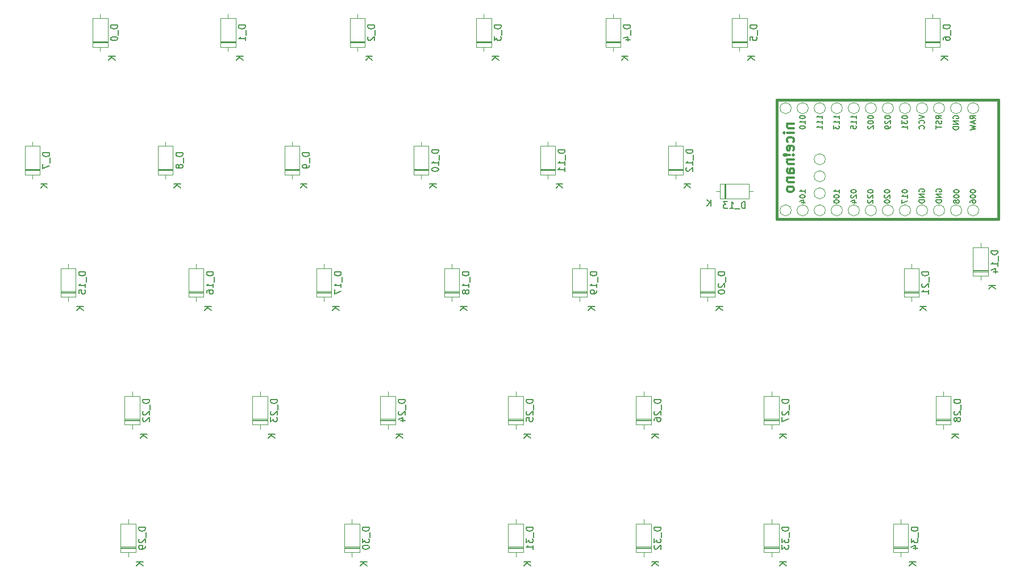
<source format=gbr>
G04 #@! TF.GenerationSoftware,KiCad,Pcbnew,(5.1.4-0)*
G04 #@! TF.CreationDate,2022-08-11T17:04:41-05:00*
G04 #@! TF.ProjectId,keyboard,6b657962-6f61-4726-942e-6b696361645f,rev?*
G04 #@! TF.SameCoordinates,Original*
G04 #@! TF.FileFunction,Legend,Bot*
G04 #@! TF.FilePolarity,Positive*
%FSLAX46Y46*%
G04 Gerber Fmt 4.6, Leading zero omitted, Abs format (unit mm)*
G04 Created by KiCad (PCBNEW (5.1.4-0)) date 2022-08-11 17:04:41*
%MOMM*%
%LPD*%
G04 APERTURE LIST*
%ADD10C,0.381000*%
%ADD11C,0.120000*%
%ADD12C,0.100000*%
%ADD13C,0.300000*%
%ADD14C,0.150000*%
G04 APERTURE END LIST*
D10*
X161448750Y-37465000D02*
X158908750Y-37465000D01*
X161448750Y-19685000D02*
X161448750Y-37465000D01*
X158908750Y-19685000D02*
X161448750Y-19685000D01*
X128428750Y-19685000D02*
X158908750Y-19685000D01*
X128428750Y-37465000D02*
X128428750Y-19685000D01*
X158908750Y-37465000D02*
X128428750Y-37465000D01*
D11*
X147963750Y-86610000D02*
X145723750Y-86610000D01*
X147963750Y-86370000D02*
X145723750Y-86370000D01*
X147963750Y-86490000D02*
X145723750Y-86490000D01*
X146843750Y-82320000D02*
X146843750Y-82970000D01*
X146843750Y-87860000D02*
X146843750Y-87210000D01*
X147963750Y-82970000D02*
X147963750Y-87210000D01*
X145723750Y-82970000D02*
X147963750Y-82970000D01*
X145723750Y-87210000D02*
X145723750Y-82970000D01*
X147963750Y-87210000D02*
X145723750Y-87210000D01*
X128707500Y-86610000D02*
X126467500Y-86610000D01*
X128707500Y-86370000D02*
X126467500Y-86370000D01*
X128707500Y-86490000D02*
X126467500Y-86490000D01*
X127587500Y-82320000D02*
X127587500Y-82970000D01*
X127587500Y-87860000D02*
X127587500Y-87210000D01*
X128707500Y-82970000D02*
X128707500Y-87210000D01*
X126467500Y-82970000D02*
X128707500Y-82970000D01*
X126467500Y-87210000D02*
X126467500Y-82970000D01*
X128707500Y-87210000D02*
X126467500Y-87210000D01*
X109657500Y-86610000D02*
X107417500Y-86610000D01*
X109657500Y-86370000D02*
X107417500Y-86370000D01*
X109657500Y-86490000D02*
X107417500Y-86490000D01*
X108537500Y-82320000D02*
X108537500Y-82970000D01*
X108537500Y-87860000D02*
X108537500Y-87210000D01*
X109657500Y-82970000D02*
X109657500Y-87210000D01*
X107417500Y-82970000D02*
X109657500Y-82970000D01*
X107417500Y-87210000D02*
X107417500Y-82970000D01*
X109657500Y-87210000D02*
X107417500Y-87210000D01*
X90607500Y-86610000D02*
X88367500Y-86610000D01*
X90607500Y-86370000D02*
X88367500Y-86370000D01*
X90607500Y-86490000D02*
X88367500Y-86490000D01*
X89487500Y-82320000D02*
X89487500Y-82970000D01*
X89487500Y-87860000D02*
X89487500Y-87210000D01*
X90607500Y-82970000D02*
X90607500Y-87210000D01*
X88367500Y-82970000D02*
X90607500Y-82970000D01*
X88367500Y-87210000D02*
X88367500Y-82970000D01*
X90607500Y-87210000D02*
X88367500Y-87210000D01*
X66207500Y-86610000D02*
X63967500Y-86610000D01*
X66207500Y-86370000D02*
X63967500Y-86370000D01*
X66207500Y-86490000D02*
X63967500Y-86490000D01*
X65087500Y-82320000D02*
X65087500Y-82970000D01*
X65087500Y-87860000D02*
X65087500Y-87210000D01*
X66207500Y-82970000D02*
X66207500Y-87210000D01*
X63967500Y-82970000D02*
X66207500Y-82970000D01*
X63967500Y-87210000D02*
X63967500Y-82970000D01*
X66207500Y-87210000D02*
X63967500Y-87210000D01*
X32870000Y-86610000D02*
X30630000Y-86610000D01*
X32870000Y-86370000D02*
X30630000Y-86370000D01*
X32870000Y-86490000D02*
X30630000Y-86490000D01*
X31750000Y-82320000D02*
X31750000Y-82970000D01*
X31750000Y-87860000D02*
X31750000Y-87210000D01*
X32870000Y-82970000D02*
X32870000Y-87210000D01*
X30630000Y-82970000D02*
X32870000Y-82970000D01*
X30630000Y-87210000D02*
X30630000Y-82970000D01*
X32870000Y-87210000D02*
X30630000Y-87210000D01*
X154313750Y-67560000D02*
X152073750Y-67560000D01*
X154313750Y-67320000D02*
X152073750Y-67320000D01*
X154313750Y-67440000D02*
X152073750Y-67440000D01*
X153193750Y-63270000D02*
X153193750Y-63920000D01*
X153193750Y-68810000D02*
X153193750Y-68160000D01*
X154313750Y-63920000D02*
X154313750Y-68160000D01*
X152073750Y-63920000D02*
X154313750Y-63920000D01*
X152073750Y-68160000D02*
X152073750Y-63920000D01*
X154313750Y-68160000D02*
X152073750Y-68160000D01*
X128707500Y-67560000D02*
X126467500Y-67560000D01*
X128707500Y-67320000D02*
X126467500Y-67320000D01*
X128707500Y-67440000D02*
X126467500Y-67440000D01*
X127587500Y-63270000D02*
X127587500Y-63920000D01*
X127587500Y-68810000D02*
X127587500Y-68160000D01*
X128707500Y-63920000D02*
X128707500Y-68160000D01*
X126467500Y-63920000D02*
X128707500Y-63920000D01*
X126467500Y-68160000D02*
X126467500Y-63920000D01*
X128707500Y-68160000D02*
X126467500Y-68160000D01*
X109657500Y-67560000D02*
X107417500Y-67560000D01*
X109657500Y-67320000D02*
X107417500Y-67320000D01*
X109657500Y-67440000D02*
X107417500Y-67440000D01*
X108537500Y-63270000D02*
X108537500Y-63920000D01*
X108537500Y-68810000D02*
X108537500Y-68160000D01*
X109657500Y-63920000D02*
X109657500Y-68160000D01*
X107417500Y-63920000D02*
X109657500Y-63920000D01*
X107417500Y-68160000D02*
X107417500Y-63920000D01*
X109657500Y-68160000D02*
X107417500Y-68160000D01*
X90607500Y-67560000D02*
X88367500Y-67560000D01*
X90607500Y-67320000D02*
X88367500Y-67320000D01*
X90607500Y-67440000D02*
X88367500Y-67440000D01*
X89487500Y-63270000D02*
X89487500Y-63920000D01*
X89487500Y-68810000D02*
X89487500Y-68160000D01*
X90607500Y-63920000D02*
X90607500Y-68160000D01*
X88367500Y-63920000D02*
X90607500Y-63920000D01*
X88367500Y-68160000D02*
X88367500Y-63920000D01*
X90607500Y-68160000D02*
X88367500Y-68160000D01*
X71557500Y-67560000D02*
X69317500Y-67560000D01*
X71557500Y-67320000D02*
X69317500Y-67320000D01*
X71557500Y-67440000D02*
X69317500Y-67440000D01*
X70437500Y-63270000D02*
X70437500Y-63920000D01*
X70437500Y-68810000D02*
X70437500Y-68160000D01*
X71557500Y-63920000D02*
X71557500Y-68160000D01*
X69317500Y-63920000D02*
X71557500Y-63920000D01*
X69317500Y-68160000D02*
X69317500Y-63920000D01*
X71557500Y-68160000D02*
X69317500Y-68160000D01*
X52507500Y-67560000D02*
X50267500Y-67560000D01*
X52507500Y-67320000D02*
X50267500Y-67320000D01*
X52507500Y-67440000D02*
X50267500Y-67440000D01*
X51387500Y-63270000D02*
X51387500Y-63920000D01*
X51387500Y-68810000D02*
X51387500Y-68160000D01*
X52507500Y-63920000D02*
X52507500Y-68160000D01*
X50267500Y-63920000D02*
X52507500Y-63920000D01*
X50267500Y-68160000D02*
X50267500Y-63920000D01*
X52507500Y-68160000D02*
X50267500Y-68160000D01*
X33457500Y-67560000D02*
X31217500Y-67560000D01*
X33457500Y-67320000D02*
X31217500Y-67320000D01*
X33457500Y-67440000D02*
X31217500Y-67440000D01*
X32337500Y-63270000D02*
X32337500Y-63920000D01*
X32337500Y-68810000D02*
X32337500Y-68160000D01*
X33457500Y-63920000D02*
X33457500Y-68160000D01*
X31217500Y-63920000D02*
X33457500Y-63920000D01*
X31217500Y-68160000D02*
X31217500Y-63920000D01*
X33457500Y-68160000D02*
X31217500Y-68160000D01*
X149551250Y-48510000D02*
X147311250Y-48510000D01*
X149551250Y-48270000D02*
X147311250Y-48270000D01*
X149551250Y-48390000D02*
X147311250Y-48390000D01*
X148431250Y-44220000D02*
X148431250Y-44870000D01*
X148431250Y-49760000D02*
X148431250Y-49110000D01*
X149551250Y-44870000D02*
X149551250Y-49110000D01*
X147311250Y-44870000D02*
X149551250Y-44870000D01*
X147311250Y-49110000D02*
X147311250Y-44870000D01*
X149551250Y-49110000D02*
X147311250Y-49110000D01*
X119182500Y-48510000D02*
X116942500Y-48510000D01*
X119182500Y-48270000D02*
X116942500Y-48270000D01*
X119182500Y-48390000D02*
X116942500Y-48390000D01*
X118062500Y-44220000D02*
X118062500Y-44870000D01*
X118062500Y-49760000D02*
X118062500Y-49110000D01*
X119182500Y-44870000D02*
X119182500Y-49110000D01*
X116942500Y-44870000D02*
X119182500Y-44870000D01*
X116942500Y-49110000D02*
X116942500Y-44870000D01*
X119182500Y-49110000D02*
X116942500Y-49110000D01*
X100132500Y-48510000D02*
X97892500Y-48510000D01*
X100132500Y-48270000D02*
X97892500Y-48270000D01*
X100132500Y-48390000D02*
X97892500Y-48390000D01*
X99012500Y-44220000D02*
X99012500Y-44870000D01*
X99012500Y-49760000D02*
X99012500Y-49110000D01*
X100132500Y-44870000D02*
X100132500Y-49110000D01*
X97892500Y-44870000D02*
X100132500Y-44870000D01*
X97892500Y-49110000D02*
X97892500Y-44870000D01*
X100132500Y-49110000D02*
X97892500Y-49110000D01*
X81082500Y-48510000D02*
X78842500Y-48510000D01*
X81082500Y-48270000D02*
X78842500Y-48270000D01*
X81082500Y-48390000D02*
X78842500Y-48390000D01*
X79962500Y-44220000D02*
X79962500Y-44870000D01*
X79962500Y-49760000D02*
X79962500Y-49110000D01*
X81082500Y-44870000D02*
X81082500Y-49110000D01*
X78842500Y-44870000D02*
X81082500Y-44870000D01*
X78842500Y-49110000D02*
X78842500Y-44870000D01*
X81082500Y-49110000D02*
X78842500Y-49110000D01*
X62032500Y-48510000D02*
X59792500Y-48510000D01*
X62032500Y-48270000D02*
X59792500Y-48270000D01*
X62032500Y-48390000D02*
X59792500Y-48390000D01*
X60912500Y-44220000D02*
X60912500Y-44870000D01*
X60912500Y-49760000D02*
X60912500Y-49110000D01*
X62032500Y-44870000D02*
X62032500Y-49110000D01*
X59792500Y-44870000D02*
X62032500Y-44870000D01*
X59792500Y-49110000D02*
X59792500Y-44870000D01*
X62032500Y-49110000D02*
X59792500Y-49110000D01*
X42982500Y-48510000D02*
X40742500Y-48510000D01*
X42982500Y-48270000D02*
X40742500Y-48270000D01*
X42982500Y-48390000D02*
X40742500Y-48390000D01*
X41862500Y-44220000D02*
X41862500Y-44870000D01*
X41862500Y-49760000D02*
X41862500Y-49110000D01*
X42982500Y-44870000D02*
X42982500Y-49110000D01*
X40742500Y-44870000D02*
X42982500Y-44870000D01*
X40742500Y-49110000D02*
X40742500Y-44870000D01*
X42982500Y-49110000D02*
X40742500Y-49110000D01*
X23932500Y-48510000D02*
X21692500Y-48510000D01*
X23932500Y-48270000D02*
X21692500Y-48270000D01*
X23932500Y-48390000D02*
X21692500Y-48390000D01*
X22812500Y-44220000D02*
X22812500Y-44870000D01*
X22812500Y-49760000D02*
X22812500Y-49110000D01*
X23932500Y-44870000D02*
X23932500Y-49110000D01*
X21692500Y-44870000D02*
X23932500Y-44870000D01*
X21692500Y-49110000D02*
X21692500Y-44870000D01*
X23932500Y-49110000D02*
X21692500Y-49110000D01*
X159870000Y-45335000D02*
X157630000Y-45335000D01*
X159870000Y-45095000D02*
X157630000Y-45095000D01*
X159870000Y-45215000D02*
X157630000Y-45215000D01*
X158750000Y-41045000D02*
X158750000Y-41695000D01*
X158750000Y-46585000D02*
X158750000Y-45935000D01*
X159870000Y-41695000D02*
X159870000Y-45935000D01*
X157630000Y-41695000D02*
X159870000Y-41695000D01*
X157630000Y-45935000D02*
X157630000Y-41695000D01*
X159870000Y-45935000D02*
X157630000Y-45935000D01*
X120558750Y-34457500D02*
X120558750Y-32217500D01*
X120798750Y-34457500D02*
X120798750Y-32217500D01*
X120678750Y-34457500D02*
X120678750Y-32217500D01*
X124848750Y-33337500D02*
X124198750Y-33337500D01*
X119308750Y-33337500D02*
X119958750Y-33337500D01*
X124198750Y-34457500D02*
X119958750Y-34457500D01*
X124198750Y-32217500D02*
X124198750Y-34457500D01*
X119958750Y-32217500D02*
X124198750Y-32217500D01*
X119958750Y-34457500D02*
X119958750Y-32217500D01*
X114420000Y-30253750D02*
X112180000Y-30253750D01*
X114420000Y-30013750D02*
X112180000Y-30013750D01*
X114420000Y-30133750D02*
X112180000Y-30133750D01*
X113300000Y-25963750D02*
X113300000Y-26613750D01*
X113300000Y-31503750D02*
X113300000Y-30853750D01*
X114420000Y-26613750D02*
X114420000Y-30853750D01*
X112180000Y-26613750D02*
X114420000Y-26613750D01*
X112180000Y-30853750D02*
X112180000Y-26613750D01*
X114420000Y-30853750D02*
X112180000Y-30853750D01*
X95370000Y-30253750D02*
X93130000Y-30253750D01*
X95370000Y-30013750D02*
X93130000Y-30013750D01*
X95370000Y-30133750D02*
X93130000Y-30133750D01*
X94250000Y-25963750D02*
X94250000Y-26613750D01*
X94250000Y-31503750D02*
X94250000Y-30853750D01*
X95370000Y-26613750D02*
X95370000Y-30853750D01*
X93130000Y-26613750D02*
X95370000Y-26613750D01*
X93130000Y-30853750D02*
X93130000Y-26613750D01*
X95370000Y-30853750D02*
X93130000Y-30853750D01*
X76526250Y-30253750D02*
X74286250Y-30253750D01*
X76526250Y-30013750D02*
X74286250Y-30013750D01*
X76526250Y-30133750D02*
X74286250Y-30133750D01*
X75406250Y-25963750D02*
X75406250Y-26613750D01*
X75406250Y-31503750D02*
X75406250Y-30853750D01*
X76526250Y-26613750D02*
X76526250Y-30853750D01*
X74286250Y-26613750D02*
X76526250Y-26613750D01*
X74286250Y-30853750D02*
X74286250Y-26613750D01*
X76526250Y-30853750D02*
X74286250Y-30853750D01*
X57270000Y-30253750D02*
X55030000Y-30253750D01*
X57270000Y-30013750D02*
X55030000Y-30013750D01*
X57270000Y-30133750D02*
X55030000Y-30133750D01*
X56150000Y-25963750D02*
X56150000Y-26613750D01*
X56150000Y-31503750D02*
X56150000Y-30853750D01*
X57270000Y-26613750D02*
X57270000Y-30853750D01*
X55030000Y-26613750D02*
X57270000Y-26613750D01*
X55030000Y-30853750D02*
X55030000Y-26613750D01*
X57270000Y-30853750D02*
X55030000Y-30853750D01*
X38426250Y-30253750D02*
X36186250Y-30253750D01*
X38426250Y-30013750D02*
X36186250Y-30013750D01*
X38426250Y-30133750D02*
X36186250Y-30133750D01*
X37306250Y-25963750D02*
X37306250Y-26613750D01*
X37306250Y-31503750D02*
X37306250Y-30853750D01*
X38426250Y-26613750D02*
X38426250Y-30853750D01*
X36186250Y-26613750D02*
X38426250Y-26613750D01*
X36186250Y-30853750D02*
X36186250Y-26613750D01*
X38426250Y-30853750D02*
X36186250Y-30853750D01*
X18582500Y-30253750D02*
X16342500Y-30253750D01*
X18582500Y-30013750D02*
X16342500Y-30013750D01*
X18582500Y-30133750D02*
X16342500Y-30133750D01*
X17462500Y-25963750D02*
X17462500Y-26613750D01*
X17462500Y-31503750D02*
X17462500Y-30853750D01*
X18582500Y-26613750D02*
X18582500Y-30853750D01*
X16342500Y-26613750D02*
X18582500Y-26613750D01*
X16342500Y-30853750D02*
X16342500Y-26613750D01*
X18582500Y-30853750D02*
X16342500Y-30853750D01*
X152726250Y-11203750D02*
X150486250Y-11203750D01*
X152726250Y-10963750D02*
X150486250Y-10963750D01*
X152726250Y-11083750D02*
X150486250Y-11083750D01*
X151606250Y-6913750D02*
X151606250Y-7563750D01*
X151606250Y-12453750D02*
X151606250Y-11803750D01*
X152726250Y-7563750D02*
X152726250Y-11803750D01*
X150486250Y-7563750D02*
X152726250Y-7563750D01*
X150486250Y-11803750D02*
X150486250Y-7563750D01*
X152726250Y-11803750D02*
X150486250Y-11803750D01*
X123945000Y-11203750D02*
X121705000Y-11203750D01*
X123945000Y-10963750D02*
X121705000Y-10963750D01*
X123945000Y-11083750D02*
X121705000Y-11083750D01*
X122825000Y-6913750D02*
X122825000Y-7563750D01*
X122825000Y-12453750D02*
X122825000Y-11803750D01*
X123945000Y-7563750D02*
X123945000Y-11803750D01*
X121705000Y-7563750D02*
X123945000Y-7563750D01*
X121705000Y-11803750D02*
X121705000Y-7563750D01*
X123945000Y-11803750D02*
X121705000Y-11803750D01*
X105101250Y-11203750D02*
X102861250Y-11203750D01*
X105101250Y-10963750D02*
X102861250Y-10963750D01*
X105101250Y-11083750D02*
X102861250Y-11083750D01*
X103981250Y-6913750D02*
X103981250Y-7563750D01*
X103981250Y-12453750D02*
X103981250Y-11803750D01*
X105101250Y-7563750D02*
X105101250Y-11803750D01*
X102861250Y-7563750D02*
X105101250Y-7563750D01*
X102861250Y-11803750D02*
X102861250Y-7563750D01*
X105101250Y-11803750D02*
X102861250Y-11803750D01*
X85845000Y-11203750D02*
X83605000Y-11203750D01*
X85845000Y-10963750D02*
X83605000Y-10963750D01*
X85845000Y-11083750D02*
X83605000Y-11083750D01*
X84725000Y-6913750D02*
X84725000Y-7563750D01*
X84725000Y-12453750D02*
X84725000Y-11803750D01*
X85845000Y-7563750D02*
X85845000Y-11803750D01*
X83605000Y-7563750D02*
X85845000Y-7563750D01*
X83605000Y-11803750D02*
X83605000Y-7563750D01*
X85845000Y-11803750D02*
X83605000Y-11803750D01*
X67001250Y-11203750D02*
X64761250Y-11203750D01*
X67001250Y-10963750D02*
X64761250Y-10963750D01*
X67001250Y-11083750D02*
X64761250Y-11083750D01*
X65881250Y-6913750D02*
X65881250Y-7563750D01*
X65881250Y-12453750D02*
X65881250Y-11803750D01*
X67001250Y-7563750D02*
X67001250Y-11803750D01*
X64761250Y-7563750D02*
X67001250Y-7563750D01*
X64761250Y-11803750D02*
X64761250Y-7563750D01*
X67001250Y-11803750D02*
X64761250Y-11803750D01*
X47745000Y-11203750D02*
X45505000Y-11203750D01*
X47745000Y-10963750D02*
X45505000Y-10963750D01*
X47745000Y-11083750D02*
X45505000Y-11083750D01*
X46625000Y-6913750D02*
X46625000Y-7563750D01*
X46625000Y-12453750D02*
X46625000Y-11803750D01*
X47745000Y-7563750D02*
X47745000Y-11803750D01*
X45505000Y-7563750D02*
X47745000Y-7563750D01*
X45505000Y-11803750D02*
X45505000Y-7563750D01*
X47745000Y-11803750D02*
X45505000Y-11803750D01*
X28695000Y-11203750D02*
X26455000Y-11203750D01*
X28695000Y-10963750D02*
X26455000Y-10963750D01*
X28695000Y-11083750D02*
X26455000Y-11083750D01*
X27575000Y-6913750D02*
X27575000Y-7563750D01*
X27575000Y-12453750D02*
X27575000Y-11803750D01*
X28695000Y-7563750D02*
X28695000Y-11803750D01*
X26455000Y-7563750D02*
X28695000Y-7563750D01*
X26455000Y-11803750D02*
X26455000Y-7563750D01*
X28695000Y-11803750D02*
X26455000Y-11803750D01*
D12*
X158465050Y-36195000D02*
G75*
G03X158465050Y-36195000I-826300J0D01*
G01*
X155925050Y-36195000D02*
G75*
G03X155925050Y-36195000I-826300J0D01*
G01*
X153385050Y-36195000D02*
G75*
G03X153385050Y-36195000I-826300J0D01*
G01*
X150845050Y-36195000D02*
G75*
G03X150845050Y-36195000I-826300J0D01*
G01*
X148305050Y-36195000D02*
G75*
G03X148305050Y-36195000I-826300J0D01*
G01*
X145765050Y-36195000D02*
G75*
G03X145765050Y-36195000I-826300J0D01*
G01*
X143225050Y-36195000D02*
G75*
G03X143225050Y-36195000I-826300J0D01*
G01*
X140685050Y-36195000D02*
G75*
G03X140685050Y-36195000I-826300J0D01*
G01*
X138145050Y-36195000D02*
G75*
G03X138145050Y-36195000I-826300J0D01*
G01*
X135605050Y-36195000D02*
G75*
G03X135605050Y-36195000I-826300J0D01*
G01*
X133065050Y-36195000D02*
G75*
G03X133065050Y-36195000I-826300J0D01*
G01*
X130525050Y-20955000D02*
G75*
G03X130525050Y-20955000I-826300J0D01*
G01*
X133065050Y-20955000D02*
G75*
G03X133065050Y-20955000I-826300J0D01*
G01*
X135605050Y-20955000D02*
G75*
G03X135605050Y-20955000I-826300J0D01*
G01*
X138145050Y-20955000D02*
G75*
G03X138145050Y-20955000I-826300J0D01*
G01*
X140685050Y-20955000D02*
G75*
G03X140685050Y-20955000I-826300J0D01*
G01*
X143225050Y-20955000D02*
G75*
G03X143225050Y-20955000I-826300J0D01*
G01*
X145765050Y-20955000D02*
G75*
G03X145765050Y-20955000I-826300J0D01*
G01*
X148305050Y-20955000D02*
G75*
G03X148305050Y-20955000I-826300J0D01*
G01*
X150845050Y-20955000D02*
G75*
G03X150845050Y-20955000I-826300J0D01*
G01*
X153385050Y-20955000D02*
G75*
G03X153385050Y-20955000I-826300J0D01*
G01*
X155925050Y-20955000D02*
G75*
G03X155925050Y-20955000I-826300J0D01*
G01*
X130525050Y-36195000D02*
G75*
G03X130525050Y-36195000I-826300J0D01*
G01*
X158465050Y-20955000D02*
G75*
G03X158465050Y-20955000I-826300J0D01*
G01*
X135605050Y-33655000D02*
G75*
G03X135605050Y-33655000I-826300J0D01*
G01*
X135605050Y-31115000D02*
G75*
G03X135605050Y-31115000I-826300J0D01*
G01*
X135605050Y-28575000D02*
G75*
G03X135605050Y-28575000I-826300J0D01*
G01*
D13*
X129885321Y-23285285D02*
X130885321Y-23285285D01*
X130028178Y-23285285D02*
X129956750Y-23356714D01*
X129885321Y-23499571D01*
X129885321Y-23713857D01*
X129956750Y-23856714D01*
X130099607Y-23928142D01*
X130885321Y-23928142D01*
X130885321Y-24642428D02*
X129885321Y-24642428D01*
X129385321Y-24642428D02*
X129456750Y-24571000D01*
X129528178Y-24642428D01*
X129456750Y-24713857D01*
X129385321Y-24642428D01*
X129528178Y-24642428D01*
X130813892Y-25999571D02*
X130885321Y-25856714D01*
X130885321Y-25571000D01*
X130813892Y-25428142D01*
X130742464Y-25356714D01*
X130599607Y-25285285D01*
X130171035Y-25285285D01*
X130028178Y-25356714D01*
X129956750Y-25428142D01*
X129885321Y-25571000D01*
X129885321Y-25856714D01*
X129956750Y-25999571D01*
X130813892Y-27213857D02*
X130885321Y-27071000D01*
X130885321Y-26785285D01*
X130813892Y-26642428D01*
X130671035Y-26571000D01*
X130099607Y-26571000D01*
X129956750Y-26642428D01*
X129885321Y-26785285D01*
X129885321Y-27071000D01*
X129956750Y-27213857D01*
X130099607Y-27285285D01*
X130242464Y-27285285D01*
X130385321Y-26571000D01*
X130742464Y-27928142D02*
X130813892Y-27999571D01*
X130885321Y-27928142D01*
X130813892Y-27856714D01*
X130742464Y-27928142D01*
X130885321Y-27928142D01*
X130313892Y-27928142D02*
X129456750Y-27856714D01*
X129385321Y-27928142D01*
X129456750Y-27999571D01*
X130313892Y-27928142D01*
X129385321Y-27928142D01*
X129885321Y-28642428D02*
X130885321Y-28642428D01*
X130028178Y-28642428D02*
X129956750Y-28713857D01*
X129885321Y-28856714D01*
X129885321Y-29071000D01*
X129956750Y-29213857D01*
X130099607Y-29285285D01*
X130885321Y-29285285D01*
X130885321Y-30642428D02*
X130099607Y-30642428D01*
X129956750Y-30571000D01*
X129885321Y-30428142D01*
X129885321Y-30142428D01*
X129956750Y-29999571D01*
X130813892Y-30642428D02*
X130885321Y-30499571D01*
X130885321Y-30142428D01*
X130813892Y-29999571D01*
X130671035Y-29928142D01*
X130528178Y-29928142D01*
X130385321Y-29999571D01*
X130313892Y-30142428D01*
X130313892Y-30499571D01*
X130242464Y-30642428D01*
X129885321Y-31356714D02*
X130885321Y-31356714D01*
X130028178Y-31356714D02*
X129956750Y-31428142D01*
X129885321Y-31571000D01*
X129885321Y-31785285D01*
X129956750Y-31928142D01*
X130099607Y-31999571D01*
X130885321Y-31999571D01*
X130885321Y-32928142D02*
X130813892Y-32785285D01*
X130742464Y-32713857D01*
X130599607Y-32642428D01*
X130171035Y-32642428D01*
X130028178Y-32713857D01*
X129956750Y-32785285D01*
X129885321Y-32928142D01*
X129885321Y-33142428D01*
X129956750Y-33285285D01*
X130028178Y-33356714D01*
X130171035Y-33428142D01*
X130599607Y-33428142D01*
X130742464Y-33356714D01*
X130813892Y-33285285D01*
X130885321Y-33142428D01*
X130885321Y-32928142D01*
D14*
X131800654Y-22237809D02*
X131800654Y-22313999D01*
X131838750Y-22390189D01*
X131876845Y-22428285D01*
X131953035Y-22466380D01*
X132105416Y-22504475D01*
X132295892Y-22504475D01*
X132448273Y-22466380D01*
X132524464Y-22428285D01*
X132562559Y-22390189D01*
X132600654Y-22313999D01*
X132600654Y-22237809D01*
X132562559Y-22161618D01*
X132524464Y-22123523D01*
X132448273Y-22085428D01*
X132295892Y-22047332D01*
X132105416Y-22047332D01*
X131953035Y-22085428D01*
X131876845Y-22123523D01*
X131838750Y-22161618D01*
X131800654Y-22237809D01*
X132600654Y-23266380D02*
X132600654Y-22809237D01*
X132600654Y-23037809D02*
X131800654Y-23037809D01*
X131914940Y-22961618D01*
X131991130Y-22885428D01*
X132029226Y-22809237D01*
X131800654Y-23761618D02*
X131800654Y-23837809D01*
X131838750Y-23913999D01*
X131876845Y-23952094D01*
X131953035Y-23990189D01*
X132105416Y-24028285D01*
X132295892Y-24028285D01*
X132448273Y-23990189D01*
X132524464Y-23952094D01*
X132562559Y-23913999D01*
X132600654Y-23837809D01*
X132600654Y-23761618D01*
X132562559Y-23685428D01*
X132524464Y-23647332D01*
X132448273Y-23609237D01*
X132295892Y-23571142D01*
X132105416Y-23571142D01*
X131953035Y-23609237D01*
X131876845Y-23647332D01*
X131838750Y-23685428D01*
X131800654Y-23761618D01*
X140220654Y-22504475D02*
X140220654Y-22047332D01*
X140220654Y-22275904D02*
X139420654Y-22275904D01*
X139534940Y-22199713D01*
X139611130Y-22123523D01*
X139649226Y-22047332D01*
X140220654Y-23266380D02*
X140220654Y-22809237D01*
X140220654Y-23037809D02*
X139420654Y-23037809D01*
X139534940Y-22961618D01*
X139611130Y-22885428D01*
X139649226Y-22809237D01*
X139420654Y-23990189D02*
X139420654Y-23609237D01*
X139801607Y-23571142D01*
X139763511Y-23609237D01*
X139725416Y-23685428D01*
X139725416Y-23875904D01*
X139763511Y-23952094D01*
X139801607Y-23990189D01*
X139877797Y-24028285D01*
X140068273Y-24028285D01*
X140144464Y-23990189D01*
X140182559Y-23952094D01*
X140220654Y-23875904D01*
X140220654Y-23685428D01*
X140182559Y-23609237D01*
X140144464Y-23571142D01*
X141960654Y-22237809D02*
X141960654Y-22313999D01*
X141998750Y-22390189D01*
X142036845Y-22428285D01*
X142113035Y-22466380D01*
X142265416Y-22504475D01*
X142455892Y-22504475D01*
X142608273Y-22466380D01*
X142684464Y-22428285D01*
X142722559Y-22390189D01*
X142760654Y-22313999D01*
X142760654Y-22237809D01*
X142722559Y-22161618D01*
X142684464Y-22123523D01*
X142608273Y-22085428D01*
X142455892Y-22047332D01*
X142265416Y-22047332D01*
X142113035Y-22085428D01*
X142036845Y-22123523D01*
X141998750Y-22161618D01*
X141960654Y-22237809D01*
X141960654Y-22999713D02*
X141960654Y-23075904D01*
X141998750Y-23152094D01*
X142036845Y-23190189D01*
X142113035Y-23228285D01*
X142265416Y-23266380D01*
X142455892Y-23266380D01*
X142608273Y-23228285D01*
X142684464Y-23190189D01*
X142722559Y-23152094D01*
X142760654Y-23075904D01*
X142760654Y-22999713D01*
X142722559Y-22923523D01*
X142684464Y-22885428D01*
X142608273Y-22847332D01*
X142455892Y-22809237D01*
X142265416Y-22809237D01*
X142113035Y-22847332D01*
X142036845Y-22885428D01*
X141998750Y-22923523D01*
X141960654Y-22999713D01*
X142036845Y-23571142D02*
X141998750Y-23609237D01*
X141960654Y-23685428D01*
X141960654Y-23875904D01*
X141998750Y-23952094D01*
X142036845Y-23990189D01*
X142113035Y-24028285D01*
X142189226Y-24028285D01*
X142303511Y-23990189D01*
X142760654Y-23533047D01*
X142760654Y-24028285D01*
X144500654Y-22237809D02*
X144500654Y-22313999D01*
X144538750Y-22390189D01*
X144576845Y-22428285D01*
X144653035Y-22466380D01*
X144805416Y-22504475D01*
X144995892Y-22504475D01*
X145148273Y-22466380D01*
X145224464Y-22428285D01*
X145262559Y-22390189D01*
X145300654Y-22313999D01*
X145300654Y-22237809D01*
X145262559Y-22161618D01*
X145224464Y-22123523D01*
X145148273Y-22085428D01*
X144995892Y-22047332D01*
X144805416Y-22047332D01*
X144653035Y-22085428D01*
X144576845Y-22123523D01*
X144538750Y-22161618D01*
X144500654Y-22237809D01*
X144576845Y-22809237D02*
X144538750Y-22847332D01*
X144500654Y-22923523D01*
X144500654Y-23113999D01*
X144538750Y-23190189D01*
X144576845Y-23228285D01*
X144653035Y-23266380D01*
X144729226Y-23266380D01*
X144843511Y-23228285D01*
X145300654Y-22771142D01*
X145300654Y-23266380D01*
X145300654Y-23647332D02*
X145300654Y-23799713D01*
X145262559Y-23875904D01*
X145224464Y-23913999D01*
X145110178Y-23990189D01*
X144957797Y-24028285D01*
X144653035Y-24028285D01*
X144576845Y-23990189D01*
X144538750Y-23952094D01*
X144500654Y-23875904D01*
X144500654Y-23723523D01*
X144538750Y-23647332D01*
X144576845Y-23609237D01*
X144653035Y-23571142D01*
X144843511Y-23571142D01*
X144919702Y-23609237D01*
X144957797Y-23647332D01*
X144995892Y-23723523D01*
X144995892Y-23875904D01*
X144957797Y-23952094D01*
X144919702Y-23990189D01*
X144843511Y-24028285D01*
X158000654Y-22548904D02*
X157619702Y-22282237D01*
X158000654Y-22091761D02*
X157200654Y-22091761D01*
X157200654Y-22396523D01*
X157238750Y-22472713D01*
X157276845Y-22510808D01*
X157353035Y-22548904D01*
X157467321Y-22548904D01*
X157543511Y-22510808D01*
X157581607Y-22472713D01*
X157619702Y-22396523D01*
X157619702Y-22091761D01*
X157772083Y-22853665D02*
X157772083Y-23234618D01*
X158000654Y-22777475D02*
X157200654Y-23044142D01*
X158000654Y-23310808D01*
X157200654Y-23501285D02*
X158000654Y-23691761D01*
X157429226Y-23844142D01*
X158000654Y-23996523D01*
X157200654Y-24186999D01*
X154698750Y-22510809D02*
X154660654Y-22434618D01*
X154660654Y-22320333D01*
X154698750Y-22206047D01*
X154774940Y-22129856D01*
X154851130Y-22091761D01*
X155003511Y-22053666D01*
X155117797Y-22053666D01*
X155270178Y-22091761D01*
X155346369Y-22129856D01*
X155422559Y-22206047D01*
X155460654Y-22320333D01*
X155460654Y-22396523D01*
X155422559Y-22510809D01*
X155384464Y-22548904D01*
X155117797Y-22548904D01*
X155117797Y-22396523D01*
X155460654Y-22891761D02*
X154660654Y-22891761D01*
X155460654Y-23348904D01*
X154660654Y-23348904D01*
X155460654Y-23729856D02*
X154660654Y-23729856D01*
X154660654Y-23920333D01*
X154698750Y-24034618D01*
X154774940Y-24110809D01*
X154851130Y-24148904D01*
X155003511Y-24186999D01*
X155117797Y-24186999D01*
X155270178Y-24148904D01*
X155346369Y-24110809D01*
X155422559Y-24034618D01*
X155460654Y-23920333D01*
X155460654Y-23729856D01*
X152920654Y-22548904D02*
X152539702Y-22282238D01*
X152920654Y-22091761D02*
X152120654Y-22091761D01*
X152120654Y-22396523D01*
X152158750Y-22472714D01*
X152196845Y-22510809D01*
X152273035Y-22548904D01*
X152387321Y-22548904D01*
X152463511Y-22510809D01*
X152501607Y-22472714D01*
X152539702Y-22396523D01*
X152539702Y-22091761D01*
X152882559Y-22853666D02*
X152920654Y-22967952D01*
X152920654Y-23158428D01*
X152882559Y-23234619D01*
X152844464Y-23272714D01*
X152768273Y-23310809D01*
X152692083Y-23310809D01*
X152615892Y-23272714D01*
X152577797Y-23234619D01*
X152539702Y-23158428D01*
X152501607Y-23006047D01*
X152463511Y-22929857D01*
X152425416Y-22891761D01*
X152349226Y-22853666D01*
X152273035Y-22853666D01*
X152196845Y-22891761D01*
X152158750Y-22929857D01*
X152120654Y-23006047D01*
X152120654Y-23196523D01*
X152158750Y-23310809D01*
X152120654Y-23539380D02*
X152120654Y-23996523D01*
X152920654Y-23767952D02*
X152120654Y-23767952D01*
X149580654Y-21971142D02*
X150380654Y-22237809D01*
X149580654Y-22504475D01*
X150304464Y-23228285D02*
X150342559Y-23190189D01*
X150380654Y-23075904D01*
X150380654Y-22999713D01*
X150342559Y-22885428D01*
X150266369Y-22809237D01*
X150190178Y-22771142D01*
X150037797Y-22733047D01*
X149923511Y-22733047D01*
X149771130Y-22771142D01*
X149694940Y-22809237D01*
X149618750Y-22885428D01*
X149580654Y-22999713D01*
X149580654Y-23075904D01*
X149618750Y-23190189D01*
X149656845Y-23228285D01*
X150304464Y-24028285D02*
X150342559Y-23990189D01*
X150380654Y-23875904D01*
X150380654Y-23799713D01*
X150342559Y-23685428D01*
X150266369Y-23609237D01*
X150190178Y-23571142D01*
X150037797Y-23533047D01*
X149923511Y-23533047D01*
X149771130Y-23571142D01*
X149694940Y-23609237D01*
X149618750Y-23685428D01*
X149580654Y-23799713D01*
X149580654Y-23875904D01*
X149618750Y-23990189D01*
X149656845Y-24028285D01*
X147040654Y-22237809D02*
X147040654Y-22313999D01*
X147078750Y-22390189D01*
X147116845Y-22428285D01*
X147193035Y-22466380D01*
X147345416Y-22504475D01*
X147535892Y-22504475D01*
X147688273Y-22466380D01*
X147764464Y-22428285D01*
X147802559Y-22390189D01*
X147840654Y-22313999D01*
X147840654Y-22237809D01*
X147802559Y-22161618D01*
X147764464Y-22123523D01*
X147688273Y-22085428D01*
X147535892Y-22047332D01*
X147345416Y-22047332D01*
X147193035Y-22085428D01*
X147116845Y-22123523D01*
X147078750Y-22161618D01*
X147040654Y-22237809D01*
X147040654Y-22771142D02*
X147040654Y-23266380D01*
X147345416Y-22999713D01*
X147345416Y-23113999D01*
X147383511Y-23190189D01*
X147421607Y-23228285D01*
X147497797Y-23266380D01*
X147688273Y-23266380D01*
X147764464Y-23228285D01*
X147802559Y-23190189D01*
X147840654Y-23113999D01*
X147840654Y-22885428D01*
X147802559Y-22809237D01*
X147764464Y-22771142D01*
X147840654Y-24028285D02*
X147840654Y-23571142D01*
X147840654Y-23799713D02*
X147040654Y-23799713D01*
X147154940Y-23723523D01*
X147231130Y-23647332D01*
X147269226Y-23571142D01*
X137680654Y-22504475D02*
X137680654Y-22047332D01*
X137680654Y-22275904D02*
X136880654Y-22275904D01*
X136994940Y-22199713D01*
X137071130Y-22123523D01*
X137109226Y-22047332D01*
X137680654Y-23266380D02*
X137680654Y-22809237D01*
X137680654Y-23037809D02*
X136880654Y-23037809D01*
X136994940Y-22961618D01*
X137071130Y-22885428D01*
X137109226Y-22809237D01*
X136880654Y-23533047D02*
X136880654Y-24028285D01*
X137185416Y-23761618D01*
X137185416Y-23875904D01*
X137223511Y-23952094D01*
X137261607Y-23990189D01*
X137337797Y-24028285D01*
X137528273Y-24028285D01*
X137604464Y-23990189D01*
X137642559Y-23952094D01*
X137680654Y-23875904D01*
X137680654Y-23647332D01*
X137642559Y-23571142D01*
X137604464Y-23533047D01*
X135140654Y-22504475D02*
X135140654Y-22047332D01*
X135140654Y-22275904D02*
X134340654Y-22275904D01*
X134454940Y-22199713D01*
X134531130Y-22123523D01*
X134569226Y-22047332D01*
X135140654Y-23266380D02*
X135140654Y-22809237D01*
X135140654Y-23037809D02*
X134340654Y-23037809D01*
X134454940Y-22961618D01*
X134531130Y-22885428D01*
X134569226Y-22809237D01*
X135140654Y-24028285D02*
X135140654Y-23571142D01*
X135140654Y-23799713D02*
X134340654Y-23799713D01*
X134454940Y-23723523D01*
X134531130Y-23647332D01*
X134569226Y-23571142D01*
X132600654Y-33578856D02*
X132600654Y-33121713D01*
X132600654Y-33350285D02*
X131800654Y-33350285D01*
X131914940Y-33274094D01*
X131991130Y-33197904D01*
X132029226Y-33121713D01*
X131800654Y-34074094D02*
X131800654Y-34150285D01*
X131838750Y-34226475D01*
X131876845Y-34264570D01*
X131953035Y-34302666D01*
X132105416Y-34340761D01*
X132295892Y-34340761D01*
X132448273Y-34302666D01*
X132524464Y-34264570D01*
X132562559Y-34226475D01*
X132600654Y-34150285D01*
X132600654Y-34074094D01*
X132562559Y-33997904D01*
X132524464Y-33959809D01*
X132448273Y-33921713D01*
X132295892Y-33883618D01*
X132105416Y-33883618D01*
X131953035Y-33921713D01*
X131876845Y-33959809D01*
X131838750Y-33997904D01*
X131800654Y-34074094D01*
X132067321Y-35026475D02*
X132600654Y-35026475D01*
X131762559Y-34835999D02*
X132333988Y-34645523D01*
X132333988Y-35140761D01*
X137680654Y-33578856D02*
X137680654Y-33121713D01*
X137680654Y-33350285D02*
X136880654Y-33350285D01*
X136994940Y-33274094D01*
X137071130Y-33197904D01*
X137109226Y-33121713D01*
X136880654Y-34074094D02*
X136880654Y-34150285D01*
X136918750Y-34226475D01*
X136956845Y-34264570D01*
X137033035Y-34302666D01*
X137185416Y-34340761D01*
X137375892Y-34340761D01*
X137528273Y-34302666D01*
X137604464Y-34264570D01*
X137642559Y-34226475D01*
X137680654Y-34150285D01*
X137680654Y-34074094D01*
X137642559Y-33997904D01*
X137604464Y-33959809D01*
X137528273Y-33921713D01*
X137375892Y-33883618D01*
X137185416Y-33883618D01*
X137033035Y-33921713D01*
X136956845Y-33959809D01*
X136918750Y-33997904D01*
X136880654Y-34074094D01*
X136880654Y-34835999D02*
X136880654Y-34912190D01*
X136918750Y-34988380D01*
X136956845Y-35026475D01*
X137033035Y-35064570D01*
X137185416Y-35102666D01*
X137375892Y-35102666D01*
X137528273Y-35064570D01*
X137604464Y-35026475D01*
X137642559Y-34988380D01*
X137680654Y-34912190D01*
X137680654Y-34835999D01*
X137642559Y-34759809D01*
X137604464Y-34721713D01*
X137528273Y-34683618D01*
X137375892Y-34645523D01*
X137185416Y-34645523D01*
X137033035Y-34683618D01*
X136956845Y-34721713D01*
X136918750Y-34759809D01*
X136880654Y-34835999D01*
X139420654Y-33312190D02*
X139420654Y-33388380D01*
X139458750Y-33464570D01*
X139496845Y-33502666D01*
X139573035Y-33540761D01*
X139725416Y-33578856D01*
X139915892Y-33578856D01*
X140068273Y-33540761D01*
X140144464Y-33502666D01*
X140182559Y-33464570D01*
X140220654Y-33388380D01*
X140220654Y-33312190D01*
X140182559Y-33235999D01*
X140144464Y-33197904D01*
X140068273Y-33159809D01*
X139915892Y-33121713D01*
X139725416Y-33121713D01*
X139573035Y-33159809D01*
X139496845Y-33197904D01*
X139458750Y-33235999D01*
X139420654Y-33312190D01*
X139496845Y-33883618D02*
X139458750Y-33921713D01*
X139420654Y-33997904D01*
X139420654Y-34188380D01*
X139458750Y-34264570D01*
X139496845Y-34302666D01*
X139573035Y-34340761D01*
X139649226Y-34340761D01*
X139763511Y-34302666D01*
X140220654Y-33845523D01*
X140220654Y-34340761D01*
X139687321Y-35026475D02*
X140220654Y-35026475D01*
X139382559Y-34835999D02*
X139953988Y-34645523D01*
X139953988Y-35140761D01*
X141930654Y-33312190D02*
X141930654Y-33388380D01*
X141968750Y-33464570D01*
X142006845Y-33502666D01*
X142083035Y-33540761D01*
X142235416Y-33578856D01*
X142425892Y-33578856D01*
X142578273Y-33540761D01*
X142654464Y-33502666D01*
X142692559Y-33464570D01*
X142730654Y-33388380D01*
X142730654Y-33312190D01*
X142692559Y-33235999D01*
X142654464Y-33197904D01*
X142578273Y-33159809D01*
X142425892Y-33121713D01*
X142235416Y-33121713D01*
X142083035Y-33159809D01*
X142006845Y-33197904D01*
X141968750Y-33235999D01*
X141930654Y-33312190D01*
X142006845Y-33883618D02*
X141968750Y-33921713D01*
X141930654Y-33997904D01*
X141930654Y-34188380D01*
X141968750Y-34264570D01*
X142006845Y-34302666D01*
X142083035Y-34340761D01*
X142159226Y-34340761D01*
X142273511Y-34302666D01*
X142730654Y-33845523D01*
X142730654Y-34340761D01*
X142006845Y-34645523D02*
X141968750Y-34683618D01*
X141930654Y-34759809D01*
X141930654Y-34950285D01*
X141968750Y-35026475D01*
X142006845Y-35064570D01*
X142083035Y-35102666D01*
X142159226Y-35102666D01*
X142273511Y-35064570D01*
X142730654Y-34607428D01*
X142730654Y-35102666D01*
X152158750Y-33426476D02*
X152120654Y-33350285D01*
X152120654Y-33236000D01*
X152158750Y-33121714D01*
X152234940Y-33045523D01*
X152311130Y-33007428D01*
X152463511Y-32969333D01*
X152577797Y-32969333D01*
X152730178Y-33007428D01*
X152806369Y-33045523D01*
X152882559Y-33121714D01*
X152920654Y-33236000D01*
X152920654Y-33312190D01*
X152882559Y-33426476D01*
X152844464Y-33464571D01*
X152577797Y-33464571D01*
X152577797Y-33312190D01*
X152920654Y-33807428D02*
X152120654Y-33807428D01*
X152920654Y-34264571D01*
X152120654Y-34264571D01*
X152920654Y-34645523D02*
X152120654Y-34645523D01*
X152120654Y-34836000D01*
X152158750Y-34950285D01*
X152234940Y-35026476D01*
X152311130Y-35064571D01*
X152463511Y-35102666D01*
X152577797Y-35102666D01*
X152730178Y-35064571D01*
X152806369Y-35026476D01*
X152882559Y-34950285D01*
X152920654Y-34836000D01*
X152920654Y-34645523D01*
X149618750Y-33426476D02*
X149580654Y-33350285D01*
X149580654Y-33236000D01*
X149618750Y-33121714D01*
X149694940Y-33045523D01*
X149771130Y-33007428D01*
X149923511Y-32969333D01*
X150037797Y-32969333D01*
X150190178Y-33007428D01*
X150266369Y-33045523D01*
X150342559Y-33121714D01*
X150380654Y-33236000D01*
X150380654Y-33312190D01*
X150342559Y-33426476D01*
X150304464Y-33464571D01*
X150037797Y-33464571D01*
X150037797Y-33312190D01*
X150380654Y-33807428D02*
X149580654Y-33807428D01*
X150380654Y-34264571D01*
X149580654Y-34264571D01*
X150380654Y-34645523D02*
X149580654Y-34645523D01*
X149580654Y-34836000D01*
X149618750Y-34950285D01*
X149694940Y-35026476D01*
X149771130Y-35064571D01*
X149923511Y-35102666D01*
X150037797Y-35102666D01*
X150190178Y-35064571D01*
X150266369Y-35026476D01*
X150342559Y-34950285D01*
X150380654Y-34836000D01*
X150380654Y-34645523D01*
X147030654Y-33312190D02*
X147030654Y-33388380D01*
X147068750Y-33464570D01*
X147106845Y-33502666D01*
X147183035Y-33540761D01*
X147335416Y-33578856D01*
X147525892Y-33578856D01*
X147678273Y-33540761D01*
X147754464Y-33502666D01*
X147792559Y-33464570D01*
X147830654Y-33388380D01*
X147830654Y-33312190D01*
X147792559Y-33235999D01*
X147754464Y-33197904D01*
X147678273Y-33159809D01*
X147525892Y-33121713D01*
X147335416Y-33121713D01*
X147183035Y-33159809D01*
X147106845Y-33197904D01*
X147068750Y-33235999D01*
X147030654Y-33312190D01*
X147830654Y-34340761D02*
X147830654Y-33883618D01*
X147830654Y-34112190D02*
X147030654Y-34112190D01*
X147144940Y-34035999D01*
X147221130Y-33959809D01*
X147259226Y-33883618D01*
X147030654Y-34607428D02*
X147030654Y-35140761D01*
X147830654Y-34797904D01*
X144430654Y-33312190D02*
X144430654Y-33388380D01*
X144468750Y-33464570D01*
X144506845Y-33502666D01*
X144583035Y-33540761D01*
X144735416Y-33578856D01*
X144925892Y-33578856D01*
X145078273Y-33540761D01*
X145154464Y-33502666D01*
X145192559Y-33464570D01*
X145230654Y-33388380D01*
X145230654Y-33312190D01*
X145192559Y-33235999D01*
X145154464Y-33197904D01*
X145078273Y-33159809D01*
X144925892Y-33121713D01*
X144735416Y-33121713D01*
X144583035Y-33159809D01*
X144506845Y-33197904D01*
X144468750Y-33235999D01*
X144430654Y-33312190D01*
X144506845Y-33883618D02*
X144468750Y-33921713D01*
X144430654Y-33997904D01*
X144430654Y-34188380D01*
X144468750Y-34264570D01*
X144506845Y-34302666D01*
X144583035Y-34340761D01*
X144659226Y-34340761D01*
X144773511Y-34302666D01*
X145230654Y-33845523D01*
X145230654Y-34340761D01*
X144430654Y-34835999D02*
X144430654Y-34912190D01*
X144468750Y-34988380D01*
X144506845Y-35026475D01*
X144583035Y-35064570D01*
X144735416Y-35102666D01*
X144925892Y-35102666D01*
X145078273Y-35064570D01*
X145154464Y-35026475D01*
X145192559Y-34988380D01*
X145230654Y-34912190D01*
X145230654Y-34835999D01*
X145192559Y-34759809D01*
X145154464Y-34721713D01*
X145078273Y-34683618D01*
X144925892Y-34645523D01*
X144735416Y-34645523D01*
X144583035Y-34683618D01*
X144506845Y-34721713D01*
X144468750Y-34759809D01*
X144430654Y-34835999D01*
X154730654Y-33312190D02*
X154730654Y-33388380D01*
X154768750Y-33464570D01*
X154806845Y-33502666D01*
X154883035Y-33540761D01*
X155035416Y-33578856D01*
X155225892Y-33578856D01*
X155378273Y-33540761D01*
X155454464Y-33502666D01*
X155492559Y-33464570D01*
X155530654Y-33388380D01*
X155530654Y-33312190D01*
X155492559Y-33235999D01*
X155454464Y-33197904D01*
X155378273Y-33159809D01*
X155225892Y-33121713D01*
X155035416Y-33121713D01*
X154883035Y-33159809D01*
X154806845Y-33197904D01*
X154768750Y-33235999D01*
X154730654Y-33312190D01*
X154730654Y-34074094D02*
X154730654Y-34150285D01*
X154768750Y-34226475D01*
X154806845Y-34264570D01*
X154883035Y-34302666D01*
X155035416Y-34340761D01*
X155225892Y-34340761D01*
X155378273Y-34302666D01*
X155454464Y-34264570D01*
X155492559Y-34226475D01*
X155530654Y-34150285D01*
X155530654Y-34074094D01*
X155492559Y-33997904D01*
X155454464Y-33959809D01*
X155378273Y-33921713D01*
X155225892Y-33883618D01*
X155035416Y-33883618D01*
X154883035Y-33921713D01*
X154806845Y-33959809D01*
X154768750Y-33997904D01*
X154730654Y-34074094D01*
X155073511Y-34797904D02*
X155035416Y-34721713D01*
X154997321Y-34683618D01*
X154921130Y-34645523D01*
X154883035Y-34645523D01*
X154806845Y-34683618D01*
X154768750Y-34721713D01*
X154730654Y-34797904D01*
X154730654Y-34950285D01*
X154768750Y-35026475D01*
X154806845Y-35064570D01*
X154883035Y-35102666D01*
X154921130Y-35102666D01*
X154997321Y-35064570D01*
X155035416Y-35026475D01*
X155073511Y-34950285D01*
X155073511Y-34797904D01*
X155111607Y-34721713D01*
X155149702Y-34683618D01*
X155225892Y-34645523D01*
X155378273Y-34645523D01*
X155454464Y-34683618D01*
X155492559Y-34721713D01*
X155530654Y-34797904D01*
X155530654Y-34950285D01*
X155492559Y-35026475D01*
X155454464Y-35064570D01*
X155378273Y-35102666D01*
X155225892Y-35102666D01*
X155149702Y-35064570D01*
X155111607Y-35026475D01*
X155073511Y-34950285D01*
X157200654Y-33312190D02*
X157200654Y-33388380D01*
X157238750Y-33464570D01*
X157276845Y-33502666D01*
X157353035Y-33540761D01*
X157505416Y-33578856D01*
X157695892Y-33578856D01*
X157848273Y-33540761D01*
X157924464Y-33502666D01*
X157962559Y-33464570D01*
X158000654Y-33388380D01*
X158000654Y-33312190D01*
X157962559Y-33235999D01*
X157924464Y-33197904D01*
X157848273Y-33159809D01*
X157695892Y-33121713D01*
X157505416Y-33121713D01*
X157353035Y-33159809D01*
X157276845Y-33197904D01*
X157238750Y-33235999D01*
X157200654Y-33312190D01*
X157200654Y-34074094D02*
X157200654Y-34150285D01*
X157238750Y-34226475D01*
X157276845Y-34264570D01*
X157353035Y-34302666D01*
X157505416Y-34340761D01*
X157695892Y-34340761D01*
X157848273Y-34302666D01*
X157924464Y-34264570D01*
X157962559Y-34226475D01*
X158000654Y-34150285D01*
X158000654Y-34074094D01*
X157962559Y-33997904D01*
X157924464Y-33959809D01*
X157848273Y-33921713D01*
X157695892Y-33883618D01*
X157505416Y-33883618D01*
X157353035Y-33921713D01*
X157276845Y-33959809D01*
X157238750Y-33997904D01*
X157200654Y-34074094D01*
X157200654Y-35026475D02*
X157200654Y-34874094D01*
X157238750Y-34797904D01*
X157276845Y-34759809D01*
X157391130Y-34683618D01*
X157543511Y-34645523D01*
X157848273Y-34645523D01*
X157924464Y-34683618D01*
X157962559Y-34721713D01*
X158000654Y-34797904D01*
X158000654Y-34950285D01*
X157962559Y-35026475D01*
X157924464Y-35064570D01*
X157848273Y-35102666D01*
X157657797Y-35102666D01*
X157581607Y-35064570D01*
X157543511Y-35026475D01*
X157505416Y-34950285D01*
X157505416Y-34797904D01*
X157543511Y-34721713D01*
X157581607Y-34683618D01*
X157657797Y-34645523D01*
X149416130Y-83494761D02*
X148416130Y-83494761D01*
X148416130Y-83732857D01*
X148463750Y-83875714D01*
X148558988Y-83970952D01*
X148654226Y-84018571D01*
X148844702Y-84066190D01*
X148987559Y-84066190D01*
X149178035Y-84018571D01*
X149273273Y-83970952D01*
X149368511Y-83875714D01*
X149416130Y-83732857D01*
X149416130Y-83494761D01*
X149511369Y-84256666D02*
X149511369Y-85018571D01*
X148416130Y-85161428D02*
X148416130Y-85780476D01*
X148797083Y-85447142D01*
X148797083Y-85590000D01*
X148844702Y-85685238D01*
X148892321Y-85732857D01*
X148987559Y-85780476D01*
X149225654Y-85780476D01*
X149320892Y-85732857D01*
X149368511Y-85685238D01*
X149416130Y-85590000D01*
X149416130Y-85304285D01*
X149368511Y-85209047D01*
X149320892Y-85161428D01*
X148749464Y-86637619D02*
X149416130Y-86637619D01*
X148368511Y-86399523D02*
X149082797Y-86161428D01*
X149082797Y-86780476D01*
X149096130Y-88638095D02*
X148096130Y-88638095D01*
X149096130Y-89209523D02*
X148524702Y-88780952D01*
X148096130Y-89209523D02*
X148667559Y-88638095D01*
X130159880Y-83494761D02*
X129159880Y-83494761D01*
X129159880Y-83732857D01*
X129207500Y-83875714D01*
X129302738Y-83970952D01*
X129397976Y-84018571D01*
X129588452Y-84066190D01*
X129731309Y-84066190D01*
X129921785Y-84018571D01*
X130017023Y-83970952D01*
X130112261Y-83875714D01*
X130159880Y-83732857D01*
X130159880Y-83494761D01*
X130255119Y-84256666D02*
X130255119Y-85018571D01*
X129159880Y-85161428D02*
X129159880Y-85780476D01*
X129540833Y-85447142D01*
X129540833Y-85590000D01*
X129588452Y-85685238D01*
X129636071Y-85732857D01*
X129731309Y-85780476D01*
X129969404Y-85780476D01*
X130064642Y-85732857D01*
X130112261Y-85685238D01*
X130159880Y-85590000D01*
X130159880Y-85304285D01*
X130112261Y-85209047D01*
X130064642Y-85161428D01*
X129159880Y-86113809D02*
X129159880Y-86732857D01*
X129540833Y-86399523D01*
X129540833Y-86542380D01*
X129588452Y-86637619D01*
X129636071Y-86685238D01*
X129731309Y-86732857D01*
X129969404Y-86732857D01*
X130064642Y-86685238D01*
X130112261Y-86637619D01*
X130159880Y-86542380D01*
X130159880Y-86256666D01*
X130112261Y-86161428D01*
X130064642Y-86113809D01*
X129839880Y-88638095D02*
X128839880Y-88638095D01*
X129839880Y-89209523D02*
X129268452Y-88780952D01*
X128839880Y-89209523D02*
X129411309Y-88638095D01*
X111109880Y-83494761D02*
X110109880Y-83494761D01*
X110109880Y-83732857D01*
X110157500Y-83875714D01*
X110252738Y-83970952D01*
X110347976Y-84018571D01*
X110538452Y-84066190D01*
X110681309Y-84066190D01*
X110871785Y-84018571D01*
X110967023Y-83970952D01*
X111062261Y-83875714D01*
X111109880Y-83732857D01*
X111109880Y-83494761D01*
X111205119Y-84256666D02*
X111205119Y-85018571D01*
X110109880Y-85161428D02*
X110109880Y-85780476D01*
X110490833Y-85447142D01*
X110490833Y-85590000D01*
X110538452Y-85685238D01*
X110586071Y-85732857D01*
X110681309Y-85780476D01*
X110919404Y-85780476D01*
X111014642Y-85732857D01*
X111062261Y-85685238D01*
X111109880Y-85590000D01*
X111109880Y-85304285D01*
X111062261Y-85209047D01*
X111014642Y-85161428D01*
X110205119Y-86161428D02*
X110157500Y-86209047D01*
X110109880Y-86304285D01*
X110109880Y-86542380D01*
X110157500Y-86637619D01*
X110205119Y-86685238D01*
X110300357Y-86732857D01*
X110395595Y-86732857D01*
X110538452Y-86685238D01*
X111109880Y-86113809D01*
X111109880Y-86732857D01*
X110789880Y-88638095D02*
X109789880Y-88638095D01*
X110789880Y-89209523D02*
X110218452Y-88780952D01*
X109789880Y-89209523D02*
X110361309Y-88638095D01*
X92059880Y-83494761D02*
X91059880Y-83494761D01*
X91059880Y-83732857D01*
X91107500Y-83875714D01*
X91202738Y-83970952D01*
X91297976Y-84018571D01*
X91488452Y-84066190D01*
X91631309Y-84066190D01*
X91821785Y-84018571D01*
X91917023Y-83970952D01*
X92012261Y-83875714D01*
X92059880Y-83732857D01*
X92059880Y-83494761D01*
X92155119Y-84256666D02*
X92155119Y-85018571D01*
X91059880Y-85161428D02*
X91059880Y-85780476D01*
X91440833Y-85447142D01*
X91440833Y-85590000D01*
X91488452Y-85685238D01*
X91536071Y-85732857D01*
X91631309Y-85780476D01*
X91869404Y-85780476D01*
X91964642Y-85732857D01*
X92012261Y-85685238D01*
X92059880Y-85590000D01*
X92059880Y-85304285D01*
X92012261Y-85209047D01*
X91964642Y-85161428D01*
X92059880Y-86732857D02*
X92059880Y-86161428D01*
X92059880Y-86447142D02*
X91059880Y-86447142D01*
X91202738Y-86351904D01*
X91297976Y-86256666D01*
X91345595Y-86161428D01*
X91739880Y-88638095D02*
X90739880Y-88638095D01*
X91739880Y-89209523D02*
X91168452Y-88780952D01*
X90739880Y-89209523D02*
X91311309Y-88638095D01*
X67659880Y-83494761D02*
X66659880Y-83494761D01*
X66659880Y-83732857D01*
X66707500Y-83875714D01*
X66802738Y-83970952D01*
X66897976Y-84018571D01*
X67088452Y-84066190D01*
X67231309Y-84066190D01*
X67421785Y-84018571D01*
X67517023Y-83970952D01*
X67612261Y-83875714D01*
X67659880Y-83732857D01*
X67659880Y-83494761D01*
X67755119Y-84256666D02*
X67755119Y-85018571D01*
X66659880Y-85161428D02*
X66659880Y-85780476D01*
X67040833Y-85447142D01*
X67040833Y-85590000D01*
X67088452Y-85685238D01*
X67136071Y-85732857D01*
X67231309Y-85780476D01*
X67469404Y-85780476D01*
X67564642Y-85732857D01*
X67612261Y-85685238D01*
X67659880Y-85590000D01*
X67659880Y-85304285D01*
X67612261Y-85209047D01*
X67564642Y-85161428D01*
X66659880Y-86399523D02*
X66659880Y-86494761D01*
X66707500Y-86590000D01*
X66755119Y-86637619D01*
X66850357Y-86685238D01*
X67040833Y-86732857D01*
X67278928Y-86732857D01*
X67469404Y-86685238D01*
X67564642Y-86637619D01*
X67612261Y-86590000D01*
X67659880Y-86494761D01*
X67659880Y-86399523D01*
X67612261Y-86304285D01*
X67564642Y-86256666D01*
X67469404Y-86209047D01*
X67278928Y-86161428D01*
X67040833Y-86161428D01*
X66850357Y-86209047D01*
X66755119Y-86256666D01*
X66707500Y-86304285D01*
X66659880Y-86399523D01*
X67339880Y-88638095D02*
X66339880Y-88638095D01*
X67339880Y-89209523D02*
X66768452Y-88780952D01*
X66339880Y-89209523D02*
X66911309Y-88638095D01*
X34322380Y-83494761D02*
X33322380Y-83494761D01*
X33322380Y-83732857D01*
X33370000Y-83875714D01*
X33465238Y-83970952D01*
X33560476Y-84018571D01*
X33750952Y-84066190D01*
X33893809Y-84066190D01*
X34084285Y-84018571D01*
X34179523Y-83970952D01*
X34274761Y-83875714D01*
X34322380Y-83732857D01*
X34322380Y-83494761D01*
X34417619Y-84256666D02*
X34417619Y-85018571D01*
X33417619Y-85209047D02*
X33370000Y-85256666D01*
X33322380Y-85351904D01*
X33322380Y-85590000D01*
X33370000Y-85685238D01*
X33417619Y-85732857D01*
X33512857Y-85780476D01*
X33608095Y-85780476D01*
X33750952Y-85732857D01*
X34322380Y-85161428D01*
X34322380Y-85780476D01*
X34322380Y-86256666D02*
X34322380Y-86447142D01*
X34274761Y-86542380D01*
X34227142Y-86590000D01*
X34084285Y-86685238D01*
X33893809Y-86732857D01*
X33512857Y-86732857D01*
X33417619Y-86685238D01*
X33370000Y-86637619D01*
X33322380Y-86542380D01*
X33322380Y-86351904D01*
X33370000Y-86256666D01*
X33417619Y-86209047D01*
X33512857Y-86161428D01*
X33750952Y-86161428D01*
X33846190Y-86209047D01*
X33893809Y-86256666D01*
X33941428Y-86351904D01*
X33941428Y-86542380D01*
X33893809Y-86637619D01*
X33846190Y-86685238D01*
X33750952Y-86732857D01*
X34002380Y-88638095D02*
X33002380Y-88638095D01*
X34002380Y-89209523D02*
X33430952Y-88780952D01*
X33002380Y-89209523D02*
X33573809Y-88638095D01*
X155766130Y-64444761D02*
X154766130Y-64444761D01*
X154766130Y-64682857D01*
X154813750Y-64825714D01*
X154908988Y-64920952D01*
X155004226Y-64968571D01*
X155194702Y-65016190D01*
X155337559Y-65016190D01*
X155528035Y-64968571D01*
X155623273Y-64920952D01*
X155718511Y-64825714D01*
X155766130Y-64682857D01*
X155766130Y-64444761D01*
X155861369Y-65206666D02*
X155861369Y-65968571D01*
X154861369Y-66159047D02*
X154813750Y-66206666D01*
X154766130Y-66301904D01*
X154766130Y-66540000D01*
X154813750Y-66635238D01*
X154861369Y-66682857D01*
X154956607Y-66730476D01*
X155051845Y-66730476D01*
X155194702Y-66682857D01*
X155766130Y-66111428D01*
X155766130Y-66730476D01*
X155194702Y-67301904D02*
X155147083Y-67206666D01*
X155099464Y-67159047D01*
X155004226Y-67111428D01*
X154956607Y-67111428D01*
X154861369Y-67159047D01*
X154813750Y-67206666D01*
X154766130Y-67301904D01*
X154766130Y-67492380D01*
X154813750Y-67587619D01*
X154861369Y-67635238D01*
X154956607Y-67682857D01*
X155004226Y-67682857D01*
X155099464Y-67635238D01*
X155147083Y-67587619D01*
X155194702Y-67492380D01*
X155194702Y-67301904D01*
X155242321Y-67206666D01*
X155289940Y-67159047D01*
X155385178Y-67111428D01*
X155575654Y-67111428D01*
X155670892Y-67159047D01*
X155718511Y-67206666D01*
X155766130Y-67301904D01*
X155766130Y-67492380D01*
X155718511Y-67587619D01*
X155670892Y-67635238D01*
X155575654Y-67682857D01*
X155385178Y-67682857D01*
X155289940Y-67635238D01*
X155242321Y-67587619D01*
X155194702Y-67492380D01*
X155446130Y-69588095D02*
X154446130Y-69588095D01*
X155446130Y-70159523D02*
X154874702Y-69730952D01*
X154446130Y-70159523D02*
X155017559Y-69588095D01*
X130159880Y-64444761D02*
X129159880Y-64444761D01*
X129159880Y-64682857D01*
X129207500Y-64825714D01*
X129302738Y-64920952D01*
X129397976Y-64968571D01*
X129588452Y-65016190D01*
X129731309Y-65016190D01*
X129921785Y-64968571D01*
X130017023Y-64920952D01*
X130112261Y-64825714D01*
X130159880Y-64682857D01*
X130159880Y-64444761D01*
X130255119Y-65206666D02*
X130255119Y-65968571D01*
X129255119Y-66159047D02*
X129207500Y-66206666D01*
X129159880Y-66301904D01*
X129159880Y-66540000D01*
X129207500Y-66635238D01*
X129255119Y-66682857D01*
X129350357Y-66730476D01*
X129445595Y-66730476D01*
X129588452Y-66682857D01*
X130159880Y-66111428D01*
X130159880Y-66730476D01*
X129159880Y-67063809D02*
X129159880Y-67730476D01*
X130159880Y-67301904D01*
X129839880Y-69588095D02*
X128839880Y-69588095D01*
X129839880Y-70159523D02*
X129268452Y-69730952D01*
X128839880Y-70159523D02*
X129411309Y-69588095D01*
X111109880Y-64444761D02*
X110109880Y-64444761D01*
X110109880Y-64682857D01*
X110157500Y-64825714D01*
X110252738Y-64920952D01*
X110347976Y-64968571D01*
X110538452Y-65016190D01*
X110681309Y-65016190D01*
X110871785Y-64968571D01*
X110967023Y-64920952D01*
X111062261Y-64825714D01*
X111109880Y-64682857D01*
X111109880Y-64444761D01*
X111205119Y-65206666D02*
X111205119Y-65968571D01*
X110205119Y-66159047D02*
X110157500Y-66206666D01*
X110109880Y-66301904D01*
X110109880Y-66540000D01*
X110157500Y-66635238D01*
X110205119Y-66682857D01*
X110300357Y-66730476D01*
X110395595Y-66730476D01*
X110538452Y-66682857D01*
X111109880Y-66111428D01*
X111109880Y-66730476D01*
X110109880Y-67587619D02*
X110109880Y-67397142D01*
X110157500Y-67301904D01*
X110205119Y-67254285D01*
X110347976Y-67159047D01*
X110538452Y-67111428D01*
X110919404Y-67111428D01*
X111014642Y-67159047D01*
X111062261Y-67206666D01*
X111109880Y-67301904D01*
X111109880Y-67492380D01*
X111062261Y-67587619D01*
X111014642Y-67635238D01*
X110919404Y-67682857D01*
X110681309Y-67682857D01*
X110586071Y-67635238D01*
X110538452Y-67587619D01*
X110490833Y-67492380D01*
X110490833Y-67301904D01*
X110538452Y-67206666D01*
X110586071Y-67159047D01*
X110681309Y-67111428D01*
X110789880Y-69588095D02*
X109789880Y-69588095D01*
X110789880Y-70159523D02*
X110218452Y-69730952D01*
X109789880Y-70159523D02*
X110361309Y-69588095D01*
X92059880Y-64444761D02*
X91059880Y-64444761D01*
X91059880Y-64682857D01*
X91107500Y-64825714D01*
X91202738Y-64920952D01*
X91297976Y-64968571D01*
X91488452Y-65016190D01*
X91631309Y-65016190D01*
X91821785Y-64968571D01*
X91917023Y-64920952D01*
X92012261Y-64825714D01*
X92059880Y-64682857D01*
X92059880Y-64444761D01*
X92155119Y-65206666D02*
X92155119Y-65968571D01*
X91155119Y-66159047D02*
X91107500Y-66206666D01*
X91059880Y-66301904D01*
X91059880Y-66540000D01*
X91107500Y-66635238D01*
X91155119Y-66682857D01*
X91250357Y-66730476D01*
X91345595Y-66730476D01*
X91488452Y-66682857D01*
X92059880Y-66111428D01*
X92059880Y-66730476D01*
X91059880Y-67635238D02*
X91059880Y-67159047D01*
X91536071Y-67111428D01*
X91488452Y-67159047D01*
X91440833Y-67254285D01*
X91440833Y-67492380D01*
X91488452Y-67587619D01*
X91536071Y-67635238D01*
X91631309Y-67682857D01*
X91869404Y-67682857D01*
X91964642Y-67635238D01*
X92012261Y-67587619D01*
X92059880Y-67492380D01*
X92059880Y-67254285D01*
X92012261Y-67159047D01*
X91964642Y-67111428D01*
X91739880Y-69588095D02*
X90739880Y-69588095D01*
X91739880Y-70159523D02*
X91168452Y-69730952D01*
X90739880Y-70159523D02*
X91311309Y-69588095D01*
X73009880Y-64444761D02*
X72009880Y-64444761D01*
X72009880Y-64682857D01*
X72057500Y-64825714D01*
X72152738Y-64920952D01*
X72247976Y-64968571D01*
X72438452Y-65016190D01*
X72581309Y-65016190D01*
X72771785Y-64968571D01*
X72867023Y-64920952D01*
X72962261Y-64825714D01*
X73009880Y-64682857D01*
X73009880Y-64444761D01*
X73105119Y-65206666D02*
X73105119Y-65968571D01*
X72105119Y-66159047D02*
X72057500Y-66206666D01*
X72009880Y-66301904D01*
X72009880Y-66540000D01*
X72057500Y-66635238D01*
X72105119Y-66682857D01*
X72200357Y-66730476D01*
X72295595Y-66730476D01*
X72438452Y-66682857D01*
X73009880Y-66111428D01*
X73009880Y-66730476D01*
X72343214Y-67587619D02*
X73009880Y-67587619D01*
X71962261Y-67349523D02*
X72676547Y-67111428D01*
X72676547Y-67730476D01*
X72689880Y-69588095D02*
X71689880Y-69588095D01*
X72689880Y-70159523D02*
X72118452Y-69730952D01*
X71689880Y-70159523D02*
X72261309Y-69588095D01*
X53959880Y-64444761D02*
X52959880Y-64444761D01*
X52959880Y-64682857D01*
X53007500Y-64825714D01*
X53102738Y-64920952D01*
X53197976Y-64968571D01*
X53388452Y-65016190D01*
X53531309Y-65016190D01*
X53721785Y-64968571D01*
X53817023Y-64920952D01*
X53912261Y-64825714D01*
X53959880Y-64682857D01*
X53959880Y-64444761D01*
X54055119Y-65206666D02*
X54055119Y-65968571D01*
X53055119Y-66159047D02*
X53007500Y-66206666D01*
X52959880Y-66301904D01*
X52959880Y-66540000D01*
X53007500Y-66635238D01*
X53055119Y-66682857D01*
X53150357Y-66730476D01*
X53245595Y-66730476D01*
X53388452Y-66682857D01*
X53959880Y-66111428D01*
X53959880Y-66730476D01*
X52959880Y-67063809D02*
X52959880Y-67682857D01*
X53340833Y-67349523D01*
X53340833Y-67492380D01*
X53388452Y-67587619D01*
X53436071Y-67635238D01*
X53531309Y-67682857D01*
X53769404Y-67682857D01*
X53864642Y-67635238D01*
X53912261Y-67587619D01*
X53959880Y-67492380D01*
X53959880Y-67206666D01*
X53912261Y-67111428D01*
X53864642Y-67063809D01*
X53639880Y-69588095D02*
X52639880Y-69588095D01*
X53639880Y-70159523D02*
X53068452Y-69730952D01*
X52639880Y-70159523D02*
X53211309Y-69588095D01*
X34909880Y-64444761D02*
X33909880Y-64444761D01*
X33909880Y-64682857D01*
X33957500Y-64825714D01*
X34052738Y-64920952D01*
X34147976Y-64968571D01*
X34338452Y-65016190D01*
X34481309Y-65016190D01*
X34671785Y-64968571D01*
X34767023Y-64920952D01*
X34862261Y-64825714D01*
X34909880Y-64682857D01*
X34909880Y-64444761D01*
X35005119Y-65206666D02*
X35005119Y-65968571D01*
X34005119Y-66159047D02*
X33957500Y-66206666D01*
X33909880Y-66301904D01*
X33909880Y-66540000D01*
X33957500Y-66635238D01*
X34005119Y-66682857D01*
X34100357Y-66730476D01*
X34195595Y-66730476D01*
X34338452Y-66682857D01*
X34909880Y-66111428D01*
X34909880Y-66730476D01*
X34005119Y-67111428D02*
X33957500Y-67159047D01*
X33909880Y-67254285D01*
X33909880Y-67492380D01*
X33957500Y-67587619D01*
X34005119Y-67635238D01*
X34100357Y-67682857D01*
X34195595Y-67682857D01*
X34338452Y-67635238D01*
X34909880Y-67063809D01*
X34909880Y-67682857D01*
X34589880Y-69588095D02*
X33589880Y-69588095D01*
X34589880Y-70159523D02*
X34018452Y-69730952D01*
X33589880Y-70159523D02*
X34161309Y-69588095D01*
X151003630Y-45394761D02*
X150003630Y-45394761D01*
X150003630Y-45632857D01*
X150051250Y-45775714D01*
X150146488Y-45870952D01*
X150241726Y-45918571D01*
X150432202Y-45966190D01*
X150575059Y-45966190D01*
X150765535Y-45918571D01*
X150860773Y-45870952D01*
X150956011Y-45775714D01*
X151003630Y-45632857D01*
X151003630Y-45394761D01*
X151098869Y-46156666D02*
X151098869Y-46918571D01*
X150098869Y-47109047D02*
X150051250Y-47156666D01*
X150003630Y-47251904D01*
X150003630Y-47490000D01*
X150051250Y-47585238D01*
X150098869Y-47632857D01*
X150194107Y-47680476D01*
X150289345Y-47680476D01*
X150432202Y-47632857D01*
X151003630Y-47061428D01*
X151003630Y-47680476D01*
X151003630Y-48632857D02*
X151003630Y-48061428D01*
X151003630Y-48347142D02*
X150003630Y-48347142D01*
X150146488Y-48251904D01*
X150241726Y-48156666D01*
X150289345Y-48061428D01*
X150683630Y-50538095D02*
X149683630Y-50538095D01*
X150683630Y-51109523D02*
X150112202Y-50680952D01*
X149683630Y-51109523D02*
X150255059Y-50538095D01*
X120634880Y-45394761D02*
X119634880Y-45394761D01*
X119634880Y-45632857D01*
X119682500Y-45775714D01*
X119777738Y-45870952D01*
X119872976Y-45918571D01*
X120063452Y-45966190D01*
X120206309Y-45966190D01*
X120396785Y-45918571D01*
X120492023Y-45870952D01*
X120587261Y-45775714D01*
X120634880Y-45632857D01*
X120634880Y-45394761D01*
X120730119Y-46156666D02*
X120730119Y-46918571D01*
X119730119Y-47109047D02*
X119682500Y-47156666D01*
X119634880Y-47251904D01*
X119634880Y-47490000D01*
X119682500Y-47585238D01*
X119730119Y-47632857D01*
X119825357Y-47680476D01*
X119920595Y-47680476D01*
X120063452Y-47632857D01*
X120634880Y-47061428D01*
X120634880Y-47680476D01*
X119634880Y-48299523D02*
X119634880Y-48394761D01*
X119682500Y-48490000D01*
X119730119Y-48537619D01*
X119825357Y-48585238D01*
X120015833Y-48632857D01*
X120253928Y-48632857D01*
X120444404Y-48585238D01*
X120539642Y-48537619D01*
X120587261Y-48490000D01*
X120634880Y-48394761D01*
X120634880Y-48299523D01*
X120587261Y-48204285D01*
X120539642Y-48156666D01*
X120444404Y-48109047D01*
X120253928Y-48061428D01*
X120015833Y-48061428D01*
X119825357Y-48109047D01*
X119730119Y-48156666D01*
X119682500Y-48204285D01*
X119634880Y-48299523D01*
X120314880Y-50538095D02*
X119314880Y-50538095D01*
X120314880Y-51109523D02*
X119743452Y-50680952D01*
X119314880Y-51109523D02*
X119886309Y-50538095D01*
X101584880Y-45394761D02*
X100584880Y-45394761D01*
X100584880Y-45632857D01*
X100632500Y-45775714D01*
X100727738Y-45870952D01*
X100822976Y-45918571D01*
X101013452Y-45966190D01*
X101156309Y-45966190D01*
X101346785Y-45918571D01*
X101442023Y-45870952D01*
X101537261Y-45775714D01*
X101584880Y-45632857D01*
X101584880Y-45394761D01*
X101680119Y-46156666D02*
X101680119Y-46918571D01*
X101584880Y-47680476D02*
X101584880Y-47109047D01*
X101584880Y-47394761D02*
X100584880Y-47394761D01*
X100727738Y-47299523D01*
X100822976Y-47204285D01*
X100870595Y-47109047D01*
X101584880Y-48156666D02*
X101584880Y-48347142D01*
X101537261Y-48442380D01*
X101489642Y-48490000D01*
X101346785Y-48585238D01*
X101156309Y-48632857D01*
X100775357Y-48632857D01*
X100680119Y-48585238D01*
X100632500Y-48537619D01*
X100584880Y-48442380D01*
X100584880Y-48251904D01*
X100632500Y-48156666D01*
X100680119Y-48109047D01*
X100775357Y-48061428D01*
X101013452Y-48061428D01*
X101108690Y-48109047D01*
X101156309Y-48156666D01*
X101203928Y-48251904D01*
X101203928Y-48442380D01*
X101156309Y-48537619D01*
X101108690Y-48585238D01*
X101013452Y-48632857D01*
X101264880Y-50538095D02*
X100264880Y-50538095D01*
X101264880Y-51109523D02*
X100693452Y-50680952D01*
X100264880Y-51109523D02*
X100836309Y-50538095D01*
X82534880Y-45394761D02*
X81534880Y-45394761D01*
X81534880Y-45632857D01*
X81582500Y-45775714D01*
X81677738Y-45870952D01*
X81772976Y-45918571D01*
X81963452Y-45966190D01*
X82106309Y-45966190D01*
X82296785Y-45918571D01*
X82392023Y-45870952D01*
X82487261Y-45775714D01*
X82534880Y-45632857D01*
X82534880Y-45394761D01*
X82630119Y-46156666D02*
X82630119Y-46918571D01*
X82534880Y-47680476D02*
X82534880Y-47109047D01*
X82534880Y-47394761D02*
X81534880Y-47394761D01*
X81677738Y-47299523D01*
X81772976Y-47204285D01*
X81820595Y-47109047D01*
X81963452Y-48251904D02*
X81915833Y-48156666D01*
X81868214Y-48109047D01*
X81772976Y-48061428D01*
X81725357Y-48061428D01*
X81630119Y-48109047D01*
X81582500Y-48156666D01*
X81534880Y-48251904D01*
X81534880Y-48442380D01*
X81582500Y-48537619D01*
X81630119Y-48585238D01*
X81725357Y-48632857D01*
X81772976Y-48632857D01*
X81868214Y-48585238D01*
X81915833Y-48537619D01*
X81963452Y-48442380D01*
X81963452Y-48251904D01*
X82011071Y-48156666D01*
X82058690Y-48109047D01*
X82153928Y-48061428D01*
X82344404Y-48061428D01*
X82439642Y-48109047D01*
X82487261Y-48156666D01*
X82534880Y-48251904D01*
X82534880Y-48442380D01*
X82487261Y-48537619D01*
X82439642Y-48585238D01*
X82344404Y-48632857D01*
X82153928Y-48632857D01*
X82058690Y-48585238D01*
X82011071Y-48537619D01*
X81963452Y-48442380D01*
X82214880Y-50538095D02*
X81214880Y-50538095D01*
X82214880Y-51109523D02*
X81643452Y-50680952D01*
X81214880Y-51109523D02*
X81786309Y-50538095D01*
X63484880Y-45394761D02*
X62484880Y-45394761D01*
X62484880Y-45632857D01*
X62532500Y-45775714D01*
X62627738Y-45870952D01*
X62722976Y-45918571D01*
X62913452Y-45966190D01*
X63056309Y-45966190D01*
X63246785Y-45918571D01*
X63342023Y-45870952D01*
X63437261Y-45775714D01*
X63484880Y-45632857D01*
X63484880Y-45394761D01*
X63580119Y-46156666D02*
X63580119Y-46918571D01*
X63484880Y-47680476D02*
X63484880Y-47109047D01*
X63484880Y-47394761D02*
X62484880Y-47394761D01*
X62627738Y-47299523D01*
X62722976Y-47204285D01*
X62770595Y-47109047D01*
X62484880Y-48013809D02*
X62484880Y-48680476D01*
X63484880Y-48251904D01*
X63164880Y-50538095D02*
X62164880Y-50538095D01*
X63164880Y-51109523D02*
X62593452Y-50680952D01*
X62164880Y-51109523D02*
X62736309Y-50538095D01*
X44434880Y-45394761D02*
X43434880Y-45394761D01*
X43434880Y-45632857D01*
X43482500Y-45775714D01*
X43577738Y-45870952D01*
X43672976Y-45918571D01*
X43863452Y-45966190D01*
X44006309Y-45966190D01*
X44196785Y-45918571D01*
X44292023Y-45870952D01*
X44387261Y-45775714D01*
X44434880Y-45632857D01*
X44434880Y-45394761D01*
X44530119Y-46156666D02*
X44530119Y-46918571D01*
X44434880Y-47680476D02*
X44434880Y-47109047D01*
X44434880Y-47394761D02*
X43434880Y-47394761D01*
X43577738Y-47299523D01*
X43672976Y-47204285D01*
X43720595Y-47109047D01*
X43434880Y-48537619D02*
X43434880Y-48347142D01*
X43482500Y-48251904D01*
X43530119Y-48204285D01*
X43672976Y-48109047D01*
X43863452Y-48061428D01*
X44244404Y-48061428D01*
X44339642Y-48109047D01*
X44387261Y-48156666D01*
X44434880Y-48251904D01*
X44434880Y-48442380D01*
X44387261Y-48537619D01*
X44339642Y-48585238D01*
X44244404Y-48632857D01*
X44006309Y-48632857D01*
X43911071Y-48585238D01*
X43863452Y-48537619D01*
X43815833Y-48442380D01*
X43815833Y-48251904D01*
X43863452Y-48156666D01*
X43911071Y-48109047D01*
X44006309Y-48061428D01*
X44114880Y-50538095D02*
X43114880Y-50538095D01*
X44114880Y-51109523D02*
X43543452Y-50680952D01*
X43114880Y-51109523D02*
X43686309Y-50538095D01*
X25384880Y-45394761D02*
X24384880Y-45394761D01*
X24384880Y-45632857D01*
X24432500Y-45775714D01*
X24527738Y-45870952D01*
X24622976Y-45918571D01*
X24813452Y-45966190D01*
X24956309Y-45966190D01*
X25146785Y-45918571D01*
X25242023Y-45870952D01*
X25337261Y-45775714D01*
X25384880Y-45632857D01*
X25384880Y-45394761D01*
X25480119Y-46156666D02*
X25480119Y-46918571D01*
X25384880Y-47680476D02*
X25384880Y-47109047D01*
X25384880Y-47394761D02*
X24384880Y-47394761D01*
X24527738Y-47299523D01*
X24622976Y-47204285D01*
X24670595Y-47109047D01*
X24384880Y-48585238D02*
X24384880Y-48109047D01*
X24861071Y-48061428D01*
X24813452Y-48109047D01*
X24765833Y-48204285D01*
X24765833Y-48442380D01*
X24813452Y-48537619D01*
X24861071Y-48585238D01*
X24956309Y-48632857D01*
X25194404Y-48632857D01*
X25289642Y-48585238D01*
X25337261Y-48537619D01*
X25384880Y-48442380D01*
X25384880Y-48204285D01*
X25337261Y-48109047D01*
X25289642Y-48061428D01*
X25064880Y-50538095D02*
X24064880Y-50538095D01*
X25064880Y-51109523D02*
X24493452Y-50680952D01*
X24064880Y-51109523D02*
X24636309Y-50538095D01*
X161322380Y-42219761D02*
X160322380Y-42219761D01*
X160322380Y-42457857D01*
X160370000Y-42600714D01*
X160465238Y-42695952D01*
X160560476Y-42743571D01*
X160750952Y-42791190D01*
X160893809Y-42791190D01*
X161084285Y-42743571D01*
X161179523Y-42695952D01*
X161274761Y-42600714D01*
X161322380Y-42457857D01*
X161322380Y-42219761D01*
X161417619Y-42981666D02*
X161417619Y-43743571D01*
X161322380Y-44505476D02*
X161322380Y-43934047D01*
X161322380Y-44219761D02*
X160322380Y-44219761D01*
X160465238Y-44124523D01*
X160560476Y-44029285D01*
X160608095Y-43934047D01*
X160655714Y-45362619D02*
X161322380Y-45362619D01*
X160274761Y-45124523D02*
X160989047Y-44886428D01*
X160989047Y-45505476D01*
X161002380Y-47363095D02*
X160002380Y-47363095D01*
X161002380Y-47934523D02*
X160430952Y-47505952D01*
X160002380Y-47934523D02*
X160573809Y-47363095D01*
X123673988Y-35909880D02*
X123673988Y-34909880D01*
X123435892Y-34909880D01*
X123293035Y-34957500D01*
X123197797Y-35052738D01*
X123150178Y-35147976D01*
X123102559Y-35338452D01*
X123102559Y-35481309D01*
X123150178Y-35671785D01*
X123197797Y-35767023D01*
X123293035Y-35862261D01*
X123435892Y-35909880D01*
X123673988Y-35909880D01*
X122912083Y-36005119D02*
X122150178Y-36005119D01*
X121388273Y-35909880D02*
X121959702Y-35909880D01*
X121673988Y-35909880D02*
X121673988Y-34909880D01*
X121769226Y-35052738D01*
X121864464Y-35147976D01*
X121959702Y-35195595D01*
X121054940Y-34909880D02*
X120435892Y-34909880D01*
X120769226Y-35290833D01*
X120626369Y-35290833D01*
X120531130Y-35338452D01*
X120483511Y-35386071D01*
X120435892Y-35481309D01*
X120435892Y-35719404D01*
X120483511Y-35814642D01*
X120531130Y-35862261D01*
X120626369Y-35909880D01*
X120912083Y-35909880D01*
X121007321Y-35862261D01*
X121054940Y-35814642D01*
X118530654Y-35589880D02*
X118530654Y-34589880D01*
X117959226Y-35589880D02*
X118387797Y-35018452D01*
X117959226Y-34589880D02*
X118530654Y-35161309D01*
X115872380Y-27138511D02*
X114872380Y-27138511D01*
X114872380Y-27376607D01*
X114920000Y-27519464D01*
X115015238Y-27614702D01*
X115110476Y-27662321D01*
X115300952Y-27709940D01*
X115443809Y-27709940D01*
X115634285Y-27662321D01*
X115729523Y-27614702D01*
X115824761Y-27519464D01*
X115872380Y-27376607D01*
X115872380Y-27138511D01*
X115967619Y-27900416D02*
X115967619Y-28662321D01*
X115872380Y-29424226D02*
X115872380Y-28852797D01*
X115872380Y-29138511D02*
X114872380Y-29138511D01*
X115015238Y-29043273D01*
X115110476Y-28948035D01*
X115158095Y-28852797D01*
X114967619Y-29805178D02*
X114920000Y-29852797D01*
X114872380Y-29948035D01*
X114872380Y-30186130D01*
X114920000Y-30281369D01*
X114967619Y-30328988D01*
X115062857Y-30376607D01*
X115158095Y-30376607D01*
X115300952Y-30328988D01*
X115872380Y-29757559D01*
X115872380Y-30376607D01*
X115552380Y-32281845D02*
X114552380Y-32281845D01*
X115552380Y-32853273D02*
X114980952Y-32424702D01*
X114552380Y-32853273D02*
X115123809Y-32281845D01*
X96822380Y-27138511D02*
X95822380Y-27138511D01*
X95822380Y-27376607D01*
X95870000Y-27519464D01*
X95965238Y-27614702D01*
X96060476Y-27662321D01*
X96250952Y-27709940D01*
X96393809Y-27709940D01*
X96584285Y-27662321D01*
X96679523Y-27614702D01*
X96774761Y-27519464D01*
X96822380Y-27376607D01*
X96822380Y-27138511D01*
X96917619Y-27900416D02*
X96917619Y-28662321D01*
X96822380Y-29424226D02*
X96822380Y-28852797D01*
X96822380Y-29138511D02*
X95822380Y-29138511D01*
X95965238Y-29043273D01*
X96060476Y-28948035D01*
X96108095Y-28852797D01*
X96822380Y-30376607D02*
X96822380Y-29805178D01*
X96822380Y-30090892D02*
X95822380Y-30090892D01*
X95965238Y-29995654D01*
X96060476Y-29900416D01*
X96108095Y-29805178D01*
X96502380Y-32281845D02*
X95502380Y-32281845D01*
X96502380Y-32853273D02*
X95930952Y-32424702D01*
X95502380Y-32853273D02*
X96073809Y-32281845D01*
X77978630Y-27138511D02*
X76978630Y-27138511D01*
X76978630Y-27376607D01*
X77026250Y-27519464D01*
X77121488Y-27614702D01*
X77216726Y-27662321D01*
X77407202Y-27709940D01*
X77550059Y-27709940D01*
X77740535Y-27662321D01*
X77835773Y-27614702D01*
X77931011Y-27519464D01*
X77978630Y-27376607D01*
X77978630Y-27138511D01*
X78073869Y-27900416D02*
X78073869Y-28662321D01*
X77978630Y-29424226D02*
X77978630Y-28852797D01*
X77978630Y-29138511D02*
X76978630Y-29138511D01*
X77121488Y-29043273D01*
X77216726Y-28948035D01*
X77264345Y-28852797D01*
X76978630Y-30043273D02*
X76978630Y-30138511D01*
X77026250Y-30233750D01*
X77073869Y-30281369D01*
X77169107Y-30328988D01*
X77359583Y-30376607D01*
X77597678Y-30376607D01*
X77788154Y-30328988D01*
X77883392Y-30281369D01*
X77931011Y-30233750D01*
X77978630Y-30138511D01*
X77978630Y-30043273D01*
X77931011Y-29948035D01*
X77883392Y-29900416D01*
X77788154Y-29852797D01*
X77597678Y-29805178D01*
X77359583Y-29805178D01*
X77169107Y-29852797D01*
X77073869Y-29900416D01*
X77026250Y-29948035D01*
X76978630Y-30043273D01*
X77658630Y-32281845D02*
X76658630Y-32281845D01*
X77658630Y-32853273D02*
X77087202Y-32424702D01*
X76658630Y-32853273D02*
X77230059Y-32281845D01*
X58722380Y-27614702D02*
X57722380Y-27614702D01*
X57722380Y-27852797D01*
X57770000Y-27995654D01*
X57865238Y-28090892D01*
X57960476Y-28138511D01*
X58150952Y-28186130D01*
X58293809Y-28186130D01*
X58484285Y-28138511D01*
X58579523Y-28090892D01*
X58674761Y-27995654D01*
X58722380Y-27852797D01*
X58722380Y-27614702D01*
X58817619Y-28376607D02*
X58817619Y-29138511D01*
X58722380Y-29424226D02*
X58722380Y-29614702D01*
X58674761Y-29709940D01*
X58627142Y-29757559D01*
X58484285Y-29852797D01*
X58293809Y-29900416D01*
X57912857Y-29900416D01*
X57817619Y-29852797D01*
X57770000Y-29805178D01*
X57722380Y-29709940D01*
X57722380Y-29519464D01*
X57770000Y-29424226D01*
X57817619Y-29376607D01*
X57912857Y-29328988D01*
X58150952Y-29328988D01*
X58246190Y-29376607D01*
X58293809Y-29424226D01*
X58341428Y-29519464D01*
X58341428Y-29709940D01*
X58293809Y-29805178D01*
X58246190Y-29852797D01*
X58150952Y-29900416D01*
X58402380Y-32281845D02*
X57402380Y-32281845D01*
X58402380Y-32853273D02*
X57830952Y-32424702D01*
X57402380Y-32853273D02*
X57973809Y-32281845D01*
X39878630Y-27614702D02*
X38878630Y-27614702D01*
X38878630Y-27852797D01*
X38926250Y-27995654D01*
X39021488Y-28090892D01*
X39116726Y-28138511D01*
X39307202Y-28186130D01*
X39450059Y-28186130D01*
X39640535Y-28138511D01*
X39735773Y-28090892D01*
X39831011Y-27995654D01*
X39878630Y-27852797D01*
X39878630Y-27614702D01*
X39973869Y-28376607D02*
X39973869Y-29138511D01*
X39307202Y-29519464D02*
X39259583Y-29424226D01*
X39211964Y-29376607D01*
X39116726Y-29328988D01*
X39069107Y-29328988D01*
X38973869Y-29376607D01*
X38926250Y-29424226D01*
X38878630Y-29519464D01*
X38878630Y-29709940D01*
X38926250Y-29805178D01*
X38973869Y-29852797D01*
X39069107Y-29900416D01*
X39116726Y-29900416D01*
X39211964Y-29852797D01*
X39259583Y-29805178D01*
X39307202Y-29709940D01*
X39307202Y-29519464D01*
X39354821Y-29424226D01*
X39402440Y-29376607D01*
X39497678Y-29328988D01*
X39688154Y-29328988D01*
X39783392Y-29376607D01*
X39831011Y-29424226D01*
X39878630Y-29519464D01*
X39878630Y-29709940D01*
X39831011Y-29805178D01*
X39783392Y-29852797D01*
X39688154Y-29900416D01*
X39497678Y-29900416D01*
X39402440Y-29852797D01*
X39354821Y-29805178D01*
X39307202Y-29709940D01*
X39558630Y-32281845D02*
X38558630Y-32281845D01*
X39558630Y-32853273D02*
X38987202Y-32424702D01*
X38558630Y-32853273D02*
X39130059Y-32281845D01*
X20034880Y-27614702D02*
X19034880Y-27614702D01*
X19034880Y-27852797D01*
X19082500Y-27995654D01*
X19177738Y-28090892D01*
X19272976Y-28138511D01*
X19463452Y-28186130D01*
X19606309Y-28186130D01*
X19796785Y-28138511D01*
X19892023Y-28090892D01*
X19987261Y-27995654D01*
X20034880Y-27852797D01*
X20034880Y-27614702D01*
X20130119Y-28376607D02*
X20130119Y-29138511D01*
X19034880Y-29281369D02*
X19034880Y-29948035D01*
X20034880Y-29519464D01*
X19714880Y-32281845D02*
X18714880Y-32281845D01*
X19714880Y-32853273D02*
X19143452Y-32424702D01*
X18714880Y-32853273D02*
X19286309Y-32281845D01*
X154178630Y-8564702D02*
X153178630Y-8564702D01*
X153178630Y-8802797D01*
X153226250Y-8945654D01*
X153321488Y-9040892D01*
X153416726Y-9088511D01*
X153607202Y-9136130D01*
X153750059Y-9136130D01*
X153940535Y-9088511D01*
X154035773Y-9040892D01*
X154131011Y-8945654D01*
X154178630Y-8802797D01*
X154178630Y-8564702D01*
X154273869Y-9326607D02*
X154273869Y-10088511D01*
X153178630Y-10755178D02*
X153178630Y-10564702D01*
X153226250Y-10469464D01*
X153273869Y-10421845D01*
X153416726Y-10326607D01*
X153607202Y-10278988D01*
X153988154Y-10278988D01*
X154083392Y-10326607D01*
X154131011Y-10374226D01*
X154178630Y-10469464D01*
X154178630Y-10659940D01*
X154131011Y-10755178D01*
X154083392Y-10802797D01*
X153988154Y-10850416D01*
X153750059Y-10850416D01*
X153654821Y-10802797D01*
X153607202Y-10755178D01*
X153559583Y-10659940D01*
X153559583Y-10469464D01*
X153607202Y-10374226D01*
X153654821Y-10326607D01*
X153750059Y-10278988D01*
X153858630Y-13231845D02*
X152858630Y-13231845D01*
X153858630Y-13803273D02*
X153287202Y-13374702D01*
X152858630Y-13803273D02*
X153430059Y-13231845D01*
X125397380Y-8564702D02*
X124397380Y-8564702D01*
X124397380Y-8802797D01*
X124445000Y-8945654D01*
X124540238Y-9040892D01*
X124635476Y-9088511D01*
X124825952Y-9136130D01*
X124968809Y-9136130D01*
X125159285Y-9088511D01*
X125254523Y-9040892D01*
X125349761Y-8945654D01*
X125397380Y-8802797D01*
X125397380Y-8564702D01*
X125492619Y-9326607D02*
X125492619Y-10088511D01*
X124397380Y-10802797D02*
X124397380Y-10326607D01*
X124873571Y-10278988D01*
X124825952Y-10326607D01*
X124778333Y-10421845D01*
X124778333Y-10659940D01*
X124825952Y-10755178D01*
X124873571Y-10802797D01*
X124968809Y-10850416D01*
X125206904Y-10850416D01*
X125302142Y-10802797D01*
X125349761Y-10755178D01*
X125397380Y-10659940D01*
X125397380Y-10421845D01*
X125349761Y-10326607D01*
X125302142Y-10278988D01*
X125077380Y-13231845D02*
X124077380Y-13231845D01*
X125077380Y-13803273D02*
X124505952Y-13374702D01*
X124077380Y-13803273D02*
X124648809Y-13231845D01*
X106553630Y-8564702D02*
X105553630Y-8564702D01*
X105553630Y-8802797D01*
X105601250Y-8945654D01*
X105696488Y-9040892D01*
X105791726Y-9088511D01*
X105982202Y-9136130D01*
X106125059Y-9136130D01*
X106315535Y-9088511D01*
X106410773Y-9040892D01*
X106506011Y-8945654D01*
X106553630Y-8802797D01*
X106553630Y-8564702D01*
X106648869Y-9326607D02*
X106648869Y-10088511D01*
X105886964Y-10755178D02*
X106553630Y-10755178D01*
X105506011Y-10517083D02*
X106220297Y-10278988D01*
X106220297Y-10898035D01*
X106233630Y-13231845D02*
X105233630Y-13231845D01*
X106233630Y-13803273D02*
X105662202Y-13374702D01*
X105233630Y-13803273D02*
X105805059Y-13231845D01*
X87297380Y-8564702D02*
X86297380Y-8564702D01*
X86297380Y-8802797D01*
X86345000Y-8945654D01*
X86440238Y-9040892D01*
X86535476Y-9088511D01*
X86725952Y-9136130D01*
X86868809Y-9136130D01*
X87059285Y-9088511D01*
X87154523Y-9040892D01*
X87249761Y-8945654D01*
X87297380Y-8802797D01*
X87297380Y-8564702D01*
X87392619Y-9326607D02*
X87392619Y-10088511D01*
X86297380Y-10231369D02*
X86297380Y-10850416D01*
X86678333Y-10517083D01*
X86678333Y-10659940D01*
X86725952Y-10755178D01*
X86773571Y-10802797D01*
X86868809Y-10850416D01*
X87106904Y-10850416D01*
X87202142Y-10802797D01*
X87249761Y-10755178D01*
X87297380Y-10659940D01*
X87297380Y-10374226D01*
X87249761Y-10278988D01*
X87202142Y-10231369D01*
X86977380Y-13231845D02*
X85977380Y-13231845D01*
X86977380Y-13803273D02*
X86405952Y-13374702D01*
X85977380Y-13803273D02*
X86548809Y-13231845D01*
X68453630Y-8564702D02*
X67453630Y-8564702D01*
X67453630Y-8802797D01*
X67501250Y-8945654D01*
X67596488Y-9040892D01*
X67691726Y-9088511D01*
X67882202Y-9136130D01*
X68025059Y-9136130D01*
X68215535Y-9088511D01*
X68310773Y-9040892D01*
X68406011Y-8945654D01*
X68453630Y-8802797D01*
X68453630Y-8564702D01*
X68548869Y-9326607D02*
X68548869Y-10088511D01*
X67548869Y-10278988D02*
X67501250Y-10326607D01*
X67453630Y-10421845D01*
X67453630Y-10659940D01*
X67501250Y-10755178D01*
X67548869Y-10802797D01*
X67644107Y-10850416D01*
X67739345Y-10850416D01*
X67882202Y-10802797D01*
X68453630Y-10231369D01*
X68453630Y-10850416D01*
X68133630Y-13231845D02*
X67133630Y-13231845D01*
X68133630Y-13803273D02*
X67562202Y-13374702D01*
X67133630Y-13803273D02*
X67705059Y-13231845D01*
X49197380Y-8564702D02*
X48197380Y-8564702D01*
X48197380Y-8802797D01*
X48245000Y-8945654D01*
X48340238Y-9040892D01*
X48435476Y-9088511D01*
X48625952Y-9136130D01*
X48768809Y-9136130D01*
X48959285Y-9088511D01*
X49054523Y-9040892D01*
X49149761Y-8945654D01*
X49197380Y-8802797D01*
X49197380Y-8564702D01*
X49292619Y-9326607D02*
X49292619Y-10088511D01*
X49197380Y-10850416D02*
X49197380Y-10278988D01*
X49197380Y-10564702D02*
X48197380Y-10564702D01*
X48340238Y-10469464D01*
X48435476Y-10374226D01*
X48483095Y-10278988D01*
X48877380Y-13231845D02*
X47877380Y-13231845D01*
X48877380Y-13803273D02*
X48305952Y-13374702D01*
X47877380Y-13803273D02*
X48448809Y-13231845D01*
X30147380Y-8564702D02*
X29147380Y-8564702D01*
X29147380Y-8802797D01*
X29195000Y-8945654D01*
X29290238Y-9040892D01*
X29385476Y-9088511D01*
X29575952Y-9136130D01*
X29718809Y-9136130D01*
X29909285Y-9088511D01*
X30004523Y-9040892D01*
X30099761Y-8945654D01*
X30147380Y-8802797D01*
X30147380Y-8564702D01*
X30242619Y-9326607D02*
X30242619Y-10088511D01*
X29147380Y-10517083D02*
X29147380Y-10612321D01*
X29195000Y-10707559D01*
X29242619Y-10755178D01*
X29337857Y-10802797D01*
X29528333Y-10850416D01*
X29766428Y-10850416D01*
X29956904Y-10802797D01*
X30052142Y-10755178D01*
X30099761Y-10707559D01*
X30147380Y-10612321D01*
X30147380Y-10517083D01*
X30099761Y-10421845D01*
X30052142Y-10374226D01*
X29956904Y-10326607D01*
X29766428Y-10278988D01*
X29528333Y-10278988D01*
X29337857Y-10326607D01*
X29242619Y-10374226D01*
X29195000Y-10421845D01*
X29147380Y-10517083D01*
X29827380Y-13231845D02*
X28827380Y-13231845D01*
X29827380Y-13803273D02*
X29255952Y-13374702D01*
X28827380Y-13803273D02*
X29398809Y-13231845D01*
M02*

</source>
